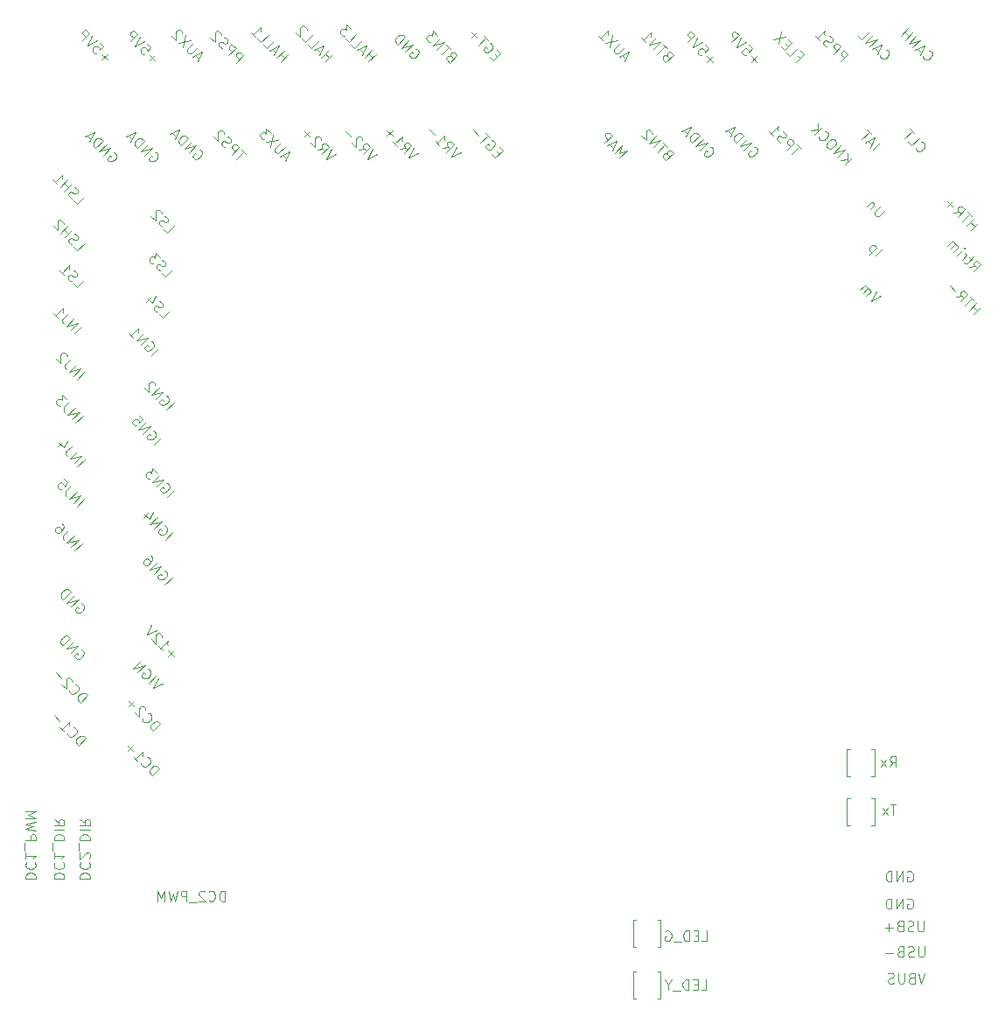
<source format=gbo>
G04 #@! TF.GenerationSoftware,KiCad,Pcbnew,7.0.9*
G04 #@! TF.CreationDate,2024-02-17T00:51:03+03:00*
G04 #@! TF.ProjectId,hellen1-uaefi,68656c6c-656e-4312-9d75-616566692e6b,rev?*
G04 #@! TF.SameCoordinates,PX55d4a80PY8f0d180*
G04 #@! TF.FileFunction,Legend,Bot*
G04 #@! TF.FilePolarity,Positive*
%FSLAX46Y46*%
G04 Gerber Fmt 4.6, Leading zero omitted, Abs format (unit mm)*
G04 Created by KiCad (PCBNEW 7.0.9) date 2024-02-17 00:51:03*
%MOMM*%
%LPD*%
G01*
G04 APERTURE LIST*
%ADD10C,0.100000*%
%ADD11C,0.120000*%
G04 APERTURE END LIST*
D10*
X27611037Y82473451D02*
X27274319Y82810169D01*
X27476350Y82204077D02*
X27947754Y83146886D01*
X27947754Y83146886D02*
X27004945Y82675482D01*
X27476349Y83618291D02*
X26903930Y83045871D01*
X26903930Y83045871D02*
X26802914Y83012199D01*
X26802914Y83012199D02*
X26735571Y83012199D01*
X26735571Y83012199D02*
X26634556Y83045871D01*
X26634556Y83045871D02*
X26499869Y83180558D01*
X26499869Y83180558D02*
X26466197Y83281573D01*
X26466197Y83281573D02*
X26466197Y83348917D01*
X26466197Y83348917D02*
X26499869Y83449932D01*
X26499869Y83449932D02*
X27072288Y84022352D01*
X26802914Y84291726D02*
X25624403Y84056024D01*
X26331510Y84763130D02*
X26095808Y83584619D01*
X26129479Y84965161D02*
X25691747Y85402894D01*
X25691747Y85402894D02*
X25658075Y84897817D01*
X25658075Y84897817D02*
X25557060Y84998833D01*
X25557060Y84998833D02*
X25456044Y85032504D01*
X25456044Y85032504D02*
X25388701Y85032504D01*
X25388701Y85032504D02*
X25287686Y84998833D01*
X25287686Y84998833D02*
X25119327Y84830474D01*
X25119327Y84830474D02*
X25085655Y84729459D01*
X25085655Y84729459D02*
X25085655Y84662115D01*
X25085655Y84662115D02*
X25119327Y84561100D01*
X25119327Y84561100D02*
X25321357Y84359069D01*
X25321357Y84359069D02*
X25422373Y84325398D01*
X25422373Y84325398D02*
X25489716Y84325398D01*
X85183456Y69161184D02*
X84240647Y68689779D01*
X84240647Y68689779D02*
X84712052Y69632589D01*
X83769243Y69161184D02*
X84240647Y69632589D01*
X84173304Y69565245D02*
X84173304Y69632589D01*
X84173304Y69632589D02*
X84139632Y69733604D01*
X84139632Y69733604D02*
X84038617Y69834619D01*
X84038617Y69834619D02*
X83937601Y69868291D01*
X83937601Y69868291D02*
X83836586Y69834619D01*
X83836586Y69834619D02*
X83466197Y69464230D01*
X83836586Y69834619D02*
X83870258Y69935634D01*
X83870258Y69935634D02*
X83836586Y70036650D01*
X83836586Y70036650D02*
X83735571Y70137665D01*
X83735571Y70137665D02*
X83634556Y70171337D01*
X83634556Y70171337D02*
X83533540Y70137665D01*
X83533540Y70137665D02*
X83163151Y69767276D01*
X77433456Y83411184D02*
X77029395Y83815245D01*
X76524319Y82906108D02*
X77231426Y83613214D01*
X76086586Y83343841D02*
X76793693Y84050947D01*
X76793693Y84050947D02*
X76524319Y84320321D01*
X76524319Y84320321D02*
X76423304Y84353993D01*
X76423304Y84353993D02*
X76355960Y84353993D01*
X76355960Y84353993D02*
X76254945Y84320321D01*
X76254945Y84320321D02*
X76153930Y84219306D01*
X76153930Y84219306D02*
X76120258Y84118291D01*
X76120258Y84118291D02*
X76120258Y84050947D01*
X76120258Y84050947D02*
X76153930Y83949932D01*
X76153930Y83949932D02*
X76423304Y83680558D01*
X75446823Y84050947D02*
X75312136Y84118291D01*
X75312136Y84118291D02*
X75143777Y84286650D01*
X75143777Y84286650D02*
X75110105Y84387665D01*
X75110105Y84387665D02*
X75110105Y84455008D01*
X75110105Y84455008D02*
X75143777Y84556024D01*
X75143777Y84556024D02*
X75211121Y84623367D01*
X75211121Y84623367D02*
X75312136Y84657039D01*
X75312136Y84657039D02*
X75379479Y84657039D01*
X75379479Y84657039D02*
X75480495Y84623367D01*
X75480495Y84623367D02*
X75648853Y84522352D01*
X75648853Y84522352D02*
X75749869Y84488680D01*
X75749869Y84488680D02*
X75817212Y84488680D01*
X75817212Y84488680D02*
X75918227Y84522352D01*
X75918227Y84522352D02*
X75985571Y84589695D01*
X75985571Y84589695D02*
X76019243Y84690711D01*
X76019243Y84690711D02*
X76019243Y84758054D01*
X76019243Y84758054D02*
X75985571Y84859069D01*
X75985571Y84859069D02*
X75817212Y85027428D01*
X75817212Y85027428D02*
X75682525Y85094772D01*
X74335655Y85094772D02*
X74739716Y84690711D01*
X74537685Y84892741D02*
X75244792Y85599848D01*
X75244792Y85599848D02*
X75211120Y85431489D01*
X75211120Y85431489D02*
X75211120Y85296802D01*
X75211120Y85296802D02*
X75244792Y85195787D01*
X40164484Y93109649D02*
X40265499Y93075977D01*
X40265499Y93075977D02*
X40366515Y92974962D01*
X40366515Y92974962D02*
X40433858Y92840275D01*
X40433858Y92840275D02*
X40433858Y92705588D01*
X40433858Y92705588D02*
X40400186Y92604572D01*
X40400186Y92604572D02*
X40299171Y92436214D01*
X40299171Y92436214D02*
X40198156Y92335198D01*
X40198156Y92335198D02*
X40029797Y92234183D01*
X40029797Y92234183D02*
X39928782Y92200511D01*
X39928782Y92200511D02*
X39794095Y92200511D01*
X39794095Y92200511D02*
X39659408Y92267855D01*
X39659408Y92267855D02*
X39592064Y92335198D01*
X39592064Y92335198D02*
X39524721Y92469885D01*
X39524721Y92469885D02*
X39524721Y92537229D01*
X39524721Y92537229D02*
X39760423Y92772931D01*
X39760423Y92772931D02*
X39895110Y92638244D01*
X39154331Y92772931D02*
X39861438Y93480038D01*
X39861438Y93480038D02*
X38750270Y93176992D01*
X38750270Y93176992D02*
X39457377Y93884099D01*
X38413553Y93513710D02*
X39120660Y94220817D01*
X39120660Y94220817D02*
X38952301Y94389175D01*
X38952301Y94389175D02*
X38817614Y94456519D01*
X38817614Y94456519D02*
X38682927Y94456519D01*
X38682927Y94456519D02*
X38581912Y94422847D01*
X38581912Y94422847D02*
X38413553Y94321832D01*
X38413553Y94321832D02*
X38312538Y94220817D01*
X38312538Y94220817D02*
X38211522Y94052458D01*
X38211522Y94052458D02*
X38177851Y93951443D01*
X38177851Y93951443D02*
X38177851Y93816756D01*
X38177851Y93816756D02*
X38245194Y93682068D01*
X38245194Y93682068D02*
X38413553Y93513710D01*
X89365872Y6245869D02*
X89365872Y5436346D01*
X89365872Y5436346D02*
X89318253Y5341108D01*
X89318253Y5341108D02*
X89270634Y5293488D01*
X89270634Y5293488D02*
X89175396Y5245869D01*
X89175396Y5245869D02*
X88984920Y5245869D01*
X88984920Y5245869D02*
X88889682Y5293488D01*
X88889682Y5293488D02*
X88842063Y5341108D01*
X88842063Y5341108D02*
X88794444Y5436346D01*
X88794444Y5436346D02*
X88794444Y6245869D01*
X88365872Y5293488D02*
X88223015Y5245869D01*
X88223015Y5245869D02*
X87984920Y5245869D01*
X87984920Y5245869D02*
X87889682Y5293488D01*
X87889682Y5293488D02*
X87842063Y5341108D01*
X87842063Y5341108D02*
X87794444Y5436346D01*
X87794444Y5436346D02*
X87794444Y5531584D01*
X87794444Y5531584D02*
X87842063Y5626822D01*
X87842063Y5626822D02*
X87889682Y5674441D01*
X87889682Y5674441D02*
X87984920Y5722060D01*
X87984920Y5722060D02*
X88175396Y5769679D01*
X88175396Y5769679D02*
X88270634Y5817298D01*
X88270634Y5817298D02*
X88318253Y5864917D01*
X88318253Y5864917D02*
X88365872Y5960155D01*
X88365872Y5960155D02*
X88365872Y6055393D01*
X88365872Y6055393D02*
X88318253Y6150631D01*
X88318253Y6150631D02*
X88270634Y6198250D01*
X88270634Y6198250D02*
X88175396Y6245869D01*
X88175396Y6245869D02*
X87937301Y6245869D01*
X87937301Y6245869D02*
X87794444Y6198250D01*
X87032539Y5769679D02*
X86889682Y5722060D01*
X86889682Y5722060D02*
X86842063Y5674441D01*
X86842063Y5674441D02*
X86794444Y5579203D01*
X86794444Y5579203D02*
X86794444Y5436346D01*
X86794444Y5436346D02*
X86842063Y5341108D01*
X86842063Y5341108D02*
X86889682Y5293488D01*
X86889682Y5293488D02*
X86984920Y5245869D01*
X86984920Y5245869D02*
X87365872Y5245869D01*
X87365872Y5245869D02*
X87365872Y6245869D01*
X87365872Y6245869D02*
X87032539Y6245869D01*
X87032539Y6245869D02*
X86937301Y6198250D01*
X86937301Y6198250D02*
X86889682Y6150631D01*
X86889682Y6150631D02*
X86842063Y6055393D01*
X86842063Y6055393D02*
X86842063Y5960155D01*
X86842063Y5960155D02*
X86889682Y5864917D01*
X86889682Y5864917D02*
X86937301Y5817298D01*
X86937301Y5817298D02*
X87032539Y5769679D01*
X87032539Y5769679D02*
X87365872Y5769679D01*
X86365872Y5626822D02*
X85603968Y5626822D01*
X15854897Y41263233D02*
X16562004Y41970340D01*
X15821226Y42643775D02*
X15922241Y42610103D01*
X15922241Y42610103D02*
X16023256Y42509088D01*
X16023256Y42509088D02*
X16090600Y42374401D01*
X16090600Y42374401D02*
X16090600Y42239714D01*
X16090600Y42239714D02*
X16056928Y42138699D01*
X16056928Y42138699D02*
X15955913Y41970340D01*
X15955913Y41970340D02*
X15854898Y41869325D01*
X15854898Y41869325D02*
X15686539Y41768309D01*
X15686539Y41768309D02*
X15585524Y41734638D01*
X15585524Y41734638D02*
X15450837Y41734638D01*
X15450837Y41734638D02*
X15316150Y41801981D01*
X15316150Y41801981D02*
X15248806Y41869325D01*
X15248806Y41869325D02*
X15181463Y42004012D01*
X15181463Y42004012D02*
X15181463Y42071355D01*
X15181463Y42071355D02*
X15417165Y42307057D01*
X15417165Y42307057D02*
X15551852Y42172370D01*
X14811073Y42307057D02*
X15518180Y43014164D01*
X15518180Y43014164D02*
X14407012Y42711118D01*
X14407012Y42711118D02*
X15114119Y43418225D01*
X14474356Y44057988D02*
X14609043Y43923301D01*
X14609043Y43923301D02*
X14642715Y43822286D01*
X14642715Y43822286D02*
X14642715Y43754943D01*
X14642715Y43754943D02*
X14609043Y43586584D01*
X14609043Y43586584D02*
X14508028Y43418225D01*
X14508028Y43418225D02*
X14238654Y43148851D01*
X14238654Y43148851D02*
X14137638Y43115179D01*
X14137638Y43115179D02*
X14070295Y43115179D01*
X14070295Y43115179D02*
X13969280Y43148851D01*
X13969280Y43148851D02*
X13834593Y43283538D01*
X13834593Y43283538D02*
X13800921Y43384553D01*
X13800921Y43384553D02*
X13800921Y43451897D01*
X13800921Y43451897D02*
X13834593Y43552912D01*
X13834593Y43552912D02*
X14002951Y43721271D01*
X14002951Y43721271D02*
X14103967Y43754943D01*
X14103967Y43754943D02*
X14171310Y43754943D01*
X14171310Y43754943D02*
X14272325Y43721271D01*
X14272325Y43721271D02*
X14407012Y43586584D01*
X14407012Y43586584D02*
X14440684Y43485569D01*
X14440684Y43485569D02*
X14440684Y43418225D01*
X14440684Y43418225D02*
X14407012Y43317210D01*
X16744708Y34324466D02*
X16205960Y34863214D01*
X16205960Y34324466D02*
X16744708Y34863214D01*
X15229480Y35300947D02*
X15633541Y34896886D01*
X15431510Y35098917D02*
X16138617Y35806023D01*
X16138617Y35806023D02*
X16104945Y35637665D01*
X16104945Y35637665D02*
X16104945Y35502978D01*
X16104945Y35502978D02*
X16138617Y35401962D01*
X15599869Y36210084D02*
X15599869Y36277428D01*
X15599869Y36277428D02*
X15566197Y36378443D01*
X15566197Y36378443D02*
X15397838Y36546802D01*
X15397838Y36546802D02*
X15296823Y36580474D01*
X15296823Y36580474D02*
X15229480Y36580474D01*
X15229480Y36580474D02*
X15128464Y36546802D01*
X15128464Y36546802D02*
X15061121Y36479458D01*
X15061121Y36479458D02*
X14993777Y36344771D01*
X14993777Y36344771D02*
X14993777Y35536649D01*
X14993777Y35536649D02*
X14556045Y35974382D01*
X15061121Y36883519D02*
X14118312Y36412115D01*
X14118312Y36412115D02*
X14589716Y37354924D01*
X7214968Y56919617D02*
X7922075Y57626724D01*
X6878251Y57256335D02*
X7585358Y57963441D01*
X7585358Y57963441D02*
X6474190Y57660396D01*
X6474190Y57660396D02*
X7181297Y58367502D01*
X6642549Y58906250D02*
X6137473Y58401174D01*
X6137473Y58401174D02*
X6070129Y58266487D01*
X6070129Y58266487D02*
X6070129Y58131800D01*
X6070129Y58131800D02*
X6137473Y57997113D01*
X6137473Y57997113D02*
X6204816Y57929770D01*
X6373175Y59175625D02*
X5935442Y59613357D01*
X5935442Y59613357D02*
X5901770Y59108281D01*
X5901770Y59108281D02*
X5800755Y59209296D01*
X5800755Y59209296D02*
X5699740Y59242968D01*
X5699740Y59242968D02*
X5632396Y59242968D01*
X5632396Y59242968D02*
X5531381Y59209296D01*
X5531381Y59209296D02*
X5363022Y59040938D01*
X5363022Y59040938D02*
X5329350Y58939922D01*
X5329350Y58939922D02*
X5329350Y58872579D01*
X5329350Y58872579D02*
X5363022Y58771564D01*
X5363022Y58771564D02*
X5565053Y58569533D01*
X5565053Y58569533D02*
X5666068Y58535861D01*
X5666068Y58535861D02*
X5733411Y58535861D01*
X7668130Y29848373D02*
X8375237Y30555480D01*
X8375237Y30555480D02*
X8206878Y30723839D01*
X8206878Y30723839D02*
X8072191Y30791183D01*
X8072191Y30791183D02*
X7937504Y30791183D01*
X7937504Y30791183D02*
X7836489Y30757511D01*
X7836489Y30757511D02*
X7668130Y30656495D01*
X7668130Y30656495D02*
X7567115Y30555480D01*
X7567115Y30555480D02*
X7466100Y30387121D01*
X7466100Y30387121D02*
X7432428Y30286106D01*
X7432428Y30286106D02*
X7432428Y30151419D01*
X7432428Y30151419D02*
X7499771Y30016732D01*
X7499771Y30016732D02*
X7668130Y29848373D01*
X6624306Y31026885D02*
X6624306Y30959541D01*
X6624306Y30959541D02*
X6691649Y30824854D01*
X6691649Y30824854D02*
X6758993Y30757511D01*
X6758993Y30757511D02*
X6893680Y30690167D01*
X6893680Y30690167D02*
X7028367Y30690167D01*
X7028367Y30690167D02*
X7129382Y30723839D01*
X7129382Y30723839D02*
X7297741Y30824854D01*
X7297741Y30824854D02*
X7398756Y30925870D01*
X7398756Y30925870D02*
X7499771Y31094228D01*
X7499771Y31094228D02*
X7533443Y31195244D01*
X7533443Y31195244D02*
X7533443Y31329931D01*
X7533443Y31329931D02*
X7466100Y31464618D01*
X7466100Y31464618D02*
X7398756Y31531961D01*
X7398756Y31531961D02*
X7264069Y31599305D01*
X7264069Y31599305D02*
X7196726Y31599305D01*
X6927352Y31868679D02*
X6927352Y31936022D01*
X6927352Y31936022D02*
X6893680Y32037037D01*
X6893680Y32037037D02*
X6725321Y32205396D01*
X6725321Y32205396D02*
X6624306Y32239068D01*
X6624306Y32239068D02*
X6556962Y32239068D01*
X6556962Y32239068D02*
X6455947Y32205396D01*
X6455947Y32205396D02*
X6388604Y32138053D01*
X6388604Y32138053D02*
X6321260Y32003366D01*
X6321260Y32003366D02*
X6321260Y31195244D01*
X6321260Y31195244D02*
X5883527Y31632976D01*
X5849856Y32205396D02*
X5311108Y32744144D01*
X14928380Y83098917D02*
X15029395Y83065245D01*
X15029395Y83065245D02*
X15130411Y82964230D01*
X15130411Y82964230D02*
X15197754Y82829543D01*
X15197754Y82829543D02*
X15197754Y82694856D01*
X15197754Y82694856D02*
X15164082Y82593840D01*
X15164082Y82593840D02*
X15063067Y82425482D01*
X15063067Y82425482D02*
X14962052Y82324466D01*
X14962052Y82324466D02*
X14793693Y82223451D01*
X14793693Y82223451D02*
X14692678Y82189779D01*
X14692678Y82189779D02*
X14557991Y82189779D01*
X14557991Y82189779D02*
X14423304Y82257123D01*
X14423304Y82257123D02*
X14355960Y82324466D01*
X14355960Y82324466D02*
X14288617Y82459153D01*
X14288617Y82459153D02*
X14288617Y82526497D01*
X14288617Y82526497D02*
X14524319Y82762199D01*
X14524319Y82762199D02*
X14659006Y82627512D01*
X13918227Y82762199D02*
X14625334Y83469306D01*
X14625334Y83469306D02*
X13514166Y83166260D01*
X13514166Y83166260D02*
X14221273Y83873367D01*
X13177449Y83502978D02*
X13884556Y84210085D01*
X13884556Y84210085D02*
X13716197Y84378443D01*
X13716197Y84378443D02*
X13581510Y84445787D01*
X13581510Y84445787D02*
X13446823Y84445787D01*
X13446823Y84445787D02*
X13345808Y84412115D01*
X13345808Y84412115D02*
X13177449Y84311100D01*
X13177449Y84311100D02*
X13076434Y84210085D01*
X13076434Y84210085D02*
X12975418Y84041726D01*
X12975418Y84041726D02*
X12941747Y83940711D01*
X12941747Y83940711D02*
X12941747Y83806024D01*
X12941747Y83806024D02*
X13009090Y83671336D01*
X13009090Y83671336D02*
X13177449Y83502978D01*
X12706044Y84378443D02*
X12369327Y84715161D01*
X12571357Y84109069D02*
X13042762Y85051878D01*
X13042762Y85051878D02*
X12099953Y84580474D01*
X7798380Y39448917D02*
X7899395Y39415245D01*
X7899395Y39415245D02*
X8000411Y39314230D01*
X8000411Y39314230D02*
X8067754Y39179543D01*
X8067754Y39179543D02*
X8067754Y39044856D01*
X8067754Y39044856D02*
X8034082Y38943840D01*
X8034082Y38943840D02*
X7933067Y38775482D01*
X7933067Y38775482D02*
X7832052Y38674466D01*
X7832052Y38674466D02*
X7663693Y38573451D01*
X7663693Y38573451D02*
X7562678Y38539779D01*
X7562678Y38539779D02*
X7427991Y38539779D01*
X7427991Y38539779D02*
X7293304Y38607123D01*
X7293304Y38607123D02*
X7225960Y38674466D01*
X7225960Y38674466D02*
X7158617Y38809153D01*
X7158617Y38809153D02*
X7158617Y38876497D01*
X7158617Y38876497D02*
X7394319Y39112199D01*
X7394319Y39112199D02*
X7529006Y38977512D01*
X6788227Y39112199D02*
X7495334Y39819306D01*
X7495334Y39819306D02*
X6384166Y39516260D01*
X6384166Y39516260D02*
X7091273Y40223367D01*
X6047449Y39852978D02*
X6754556Y40560085D01*
X6754556Y40560085D02*
X6586197Y40728443D01*
X6586197Y40728443D02*
X6451510Y40795787D01*
X6451510Y40795787D02*
X6316823Y40795787D01*
X6316823Y40795787D02*
X6215808Y40762115D01*
X6215808Y40762115D02*
X6047449Y40661100D01*
X6047449Y40661100D02*
X5946434Y40560085D01*
X5946434Y40560085D02*
X5845418Y40391726D01*
X5845418Y40391726D02*
X5811747Y40290711D01*
X5811747Y40290711D02*
X5811747Y40156024D01*
X5811747Y40156024D02*
X5879090Y40021336D01*
X5879090Y40021336D02*
X6047449Y39852978D01*
X59875334Y82555092D02*
X60582441Y83262199D01*
X60582441Y83262199D02*
X59841662Y82992825D01*
X59841662Y82992825D02*
X60111037Y83733604D01*
X60111037Y83733604D02*
X59403930Y83026497D01*
X59302915Y83531573D02*
X58966197Y83868291D01*
X59168228Y83262199D02*
X59639632Y84205008D01*
X59639632Y84205008D02*
X58696823Y83733604D01*
X58461121Y83969306D02*
X59168227Y84676413D01*
X59168227Y84676413D02*
X58898853Y84945787D01*
X58898853Y84945787D02*
X58797838Y84979459D01*
X58797838Y84979459D02*
X58730495Y84979459D01*
X58730495Y84979459D02*
X58629479Y84945787D01*
X58629479Y84945787D02*
X58528464Y84844772D01*
X58528464Y84844772D02*
X58494792Y84743756D01*
X58494792Y84743756D02*
X58494792Y84676413D01*
X58494792Y84676413D02*
X58528464Y84575398D01*
X58528464Y84575398D02*
X58797838Y84306024D01*
X89333799Y8715507D02*
X89333799Y7905984D01*
X89333799Y7905984D02*
X89286180Y7810746D01*
X89286180Y7810746D02*
X89238561Y7763126D01*
X89238561Y7763126D02*
X89143323Y7715507D01*
X89143323Y7715507D02*
X88952847Y7715507D01*
X88952847Y7715507D02*
X88857609Y7763126D01*
X88857609Y7763126D02*
X88809990Y7810746D01*
X88809990Y7810746D02*
X88762371Y7905984D01*
X88762371Y7905984D02*
X88762371Y8715507D01*
X88333799Y7763126D02*
X88190942Y7715507D01*
X88190942Y7715507D02*
X87952847Y7715507D01*
X87952847Y7715507D02*
X87857609Y7763126D01*
X87857609Y7763126D02*
X87809990Y7810746D01*
X87809990Y7810746D02*
X87762371Y7905984D01*
X87762371Y7905984D02*
X87762371Y8001222D01*
X87762371Y8001222D02*
X87809990Y8096460D01*
X87809990Y8096460D02*
X87857609Y8144079D01*
X87857609Y8144079D02*
X87952847Y8191698D01*
X87952847Y8191698D02*
X88143323Y8239317D01*
X88143323Y8239317D02*
X88238561Y8286936D01*
X88238561Y8286936D02*
X88286180Y8334555D01*
X88286180Y8334555D02*
X88333799Y8429793D01*
X88333799Y8429793D02*
X88333799Y8525031D01*
X88333799Y8525031D02*
X88286180Y8620269D01*
X88286180Y8620269D02*
X88238561Y8667888D01*
X88238561Y8667888D02*
X88143323Y8715507D01*
X88143323Y8715507D02*
X87905228Y8715507D01*
X87905228Y8715507D02*
X87762371Y8667888D01*
X87000466Y8239317D02*
X86857609Y8191698D01*
X86857609Y8191698D02*
X86809990Y8144079D01*
X86809990Y8144079D02*
X86762371Y8048841D01*
X86762371Y8048841D02*
X86762371Y7905984D01*
X86762371Y7905984D02*
X86809990Y7810746D01*
X86809990Y7810746D02*
X86857609Y7763126D01*
X86857609Y7763126D02*
X86952847Y7715507D01*
X86952847Y7715507D02*
X87333799Y7715507D01*
X87333799Y7715507D02*
X87333799Y8715507D01*
X87333799Y8715507D02*
X87000466Y8715507D01*
X87000466Y8715507D02*
X86905228Y8667888D01*
X86905228Y8667888D02*
X86857609Y8620269D01*
X86857609Y8620269D02*
X86809990Y8525031D01*
X86809990Y8525031D02*
X86809990Y8429793D01*
X86809990Y8429793D02*
X86857609Y8334555D01*
X86857609Y8334555D02*
X86905228Y8286936D01*
X86905228Y8286936D02*
X87000466Y8239317D01*
X87000466Y8239317D02*
X87333799Y8239317D01*
X86333799Y8096460D02*
X85571895Y8096460D01*
X85952847Y7715507D02*
X85952847Y8477412D01*
X15683456Y31711184D02*
X14740647Y31239779D01*
X14740647Y31239779D02*
X15212052Y32182589D01*
X14269243Y31711184D02*
X14976349Y32418291D01*
X14235571Y33091726D02*
X14336586Y33058054D01*
X14336586Y33058054D02*
X14437602Y32957039D01*
X14437602Y32957039D02*
X14504945Y32822352D01*
X14504945Y32822352D02*
X14504945Y32687665D01*
X14504945Y32687665D02*
X14471273Y32586649D01*
X14471273Y32586649D02*
X14370258Y32418291D01*
X14370258Y32418291D02*
X14269243Y32317275D01*
X14269243Y32317275D02*
X14100884Y32216260D01*
X14100884Y32216260D02*
X13999869Y32182588D01*
X13999869Y32182588D02*
X13865182Y32182588D01*
X13865182Y32182588D02*
X13730495Y32249932D01*
X13730495Y32249932D02*
X13663151Y32317275D01*
X13663151Y32317275D02*
X13595808Y32451962D01*
X13595808Y32451962D02*
X13595808Y32519306D01*
X13595808Y32519306D02*
X13831510Y32755008D01*
X13831510Y32755008D02*
X13966197Y32620321D01*
X13225419Y32755008D02*
X13932525Y33462115D01*
X13932525Y33462115D02*
X12821358Y33159069D01*
X12821358Y33159069D02*
X13528464Y33866176D01*
X68678380Y83598917D02*
X68779395Y83565245D01*
X68779395Y83565245D02*
X68880411Y83464230D01*
X68880411Y83464230D02*
X68947754Y83329543D01*
X68947754Y83329543D02*
X68947754Y83194856D01*
X68947754Y83194856D02*
X68914082Y83093840D01*
X68914082Y83093840D02*
X68813067Y82925482D01*
X68813067Y82925482D02*
X68712052Y82824466D01*
X68712052Y82824466D02*
X68543693Y82723451D01*
X68543693Y82723451D02*
X68442678Y82689779D01*
X68442678Y82689779D02*
X68307991Y82689779D01*
X68307991Y82689779D02*
X68173304Y82757123D01*
X68173304Y82757123D02*
X68105960Y82824466D01*
X68105960Y82824466D02*
X68038617Y82959153D01*
X68038617Y82959153D02*
X68038617Y83026497D01*
X68038617Y83026497D02*
X68274319Y83262199D01*
X68274319Y83262199D02*
X68409006Y83127512D01*
X67668227Y83262199D02*
X68375334Y83969306D01*
X68375334Y83969306D02*
X67264166Y83666260D01*
X67264166Y83666260D02*
X67971273Y84373367D01*
X66927449Y84002978D02*
X67634556Y84710085D01*
X67634556Y84710085D02*
X67466197Y84878443D01*
X67466197Y84878443D02*
X67331510Y84945787D01*
X67331510Y84945787D02*
X67196823Y84945787D01*
X67196823Y84945787D02*
X67095808Y84912115D01*
X67095808Y84912115D02*
X66927449Y84811100D01*
X66927449Y84811100D02*
X66826434Y84710085D01*
X66826434Y84710085D02*
X66725418Y84541726D01*
X66725418Y84541726D02*
X66691747Y84440711D01*
X66691747Y84440711D02*
X66691747Y84306024D01*
X66691747Y84306024D02*
X66759090Y84171336D01*
X66759090Y84171336D02*
X66927449Y84002978D01*
X66456044Y84878443D02*
X66119327Y85215161D01*
X66321357Y84609069D02*
X66792762Y85551878D01*
X66792762Y85551878D02*
X65849953Y85080474D01*
X67799925Y2070620D02*
X68276115Y2070620D01*
X68276115Y2070620D02*
X68276115Y3070620D01*
X67466591Y2594430D02*
X67133258Y2594430D01*
X66990401Y2070620D02*
X67466591Y2070620D01*
X67466591Y2070620D02*
X67466591Y3070620D01*
X67466591Y3070620D02*
X66990401Y3070620D01*
X66561829Y2070620D02*
X66561829Y3070620D01*
X66561829Y3070620D02*
X66323734Y3070620D01*
X66323734Y3070620D02*
X66180877Y3023001D01*
X66180877Y3023001D02*
X66085639Y2927763D01*
X66085639Y2927763D02*
X66038020Y2832525D01*
X66038020Y2832525D02*
X65990401Y2642049D01*
X65990401Y2642049D02*
X65990401Y2499192D01*
X65990401Y2499192D02*
X66038020Y2308716D01*
X66038020Y2308716D02*
X66085639Y2213478D01*
X66085639Y2213478D02*
X66180877Y2118239D01*
X66180877Y2118239D02*
X66323734Y2070620D01*
X66323734Y2070620D02*
X66561829Y2070620D01*
X65799925Y1975382D02*
X65038020Y1975382D01*
X64609448Y2546811D02*
X64609448Y2070620D01*
X64942781Y3070620D02*
X64609448Y2546811D01*
X64609448Y2546811D02*
X64276115Y3070620D01*
X15788617Y75641810D02*
X16125334Y75305092D01*
X16125334Y75305092D02*
X16832441Y76012199D01*
X15620258Y75877512D02*
X15485571Y75944856D01*
X15485571Y75944856D02*
X15317212Y76113215D01*
X15317212Y76113215D02*
X15283540Y76214230D01*
X15283540Y76214230D02*
X15283540Y76281573D01*
X15283540Y76281573D02*
X15317212Y76382589D01*
X15317212Y76382589D02*
X15384556Y76449932D01*
X15384556Y76449932D02*
X15485571Y76483604D01*
X15485571Y76483604D02*
X15552914Y76483604D01*
X15552914Y76483604D02*
X15653930Y76449932D01*
X15653930Y76449932D02*
X15822288Y76348917D01*
X15822288Y76348917D02*
X15923304Y76315245D01*
X15923304Y76315245D02*
X15990647Y76315245D01*
X15990647Y76315245D02*
X16091662Y76348917D01*
X16091662Y76348917D02*
X16159006Y76416260D01*
X16159006Y76416260D02*
X16192678Y76517276D01*
X16192678Y76517276D02*
X16192678Y76584619D01*
X16192678Y76584619D02*
X16159006Y76685634D01*
X16159006Y76685634D02*
X15990647Y76853993D01*
X15990647Y76853993D02*
X15855960Y76921337D01*
X15552914Y77157039D02*
X15552914Y77224382D01*
X15552914Y77224382D02*
X15519243Y77325398D01*
X15519243Y77325398D02*
X15350884Y77493756D01*
X15350884Y77493756D02*
X15249869Y77527428D01*
X15249869Y77527428D02*
X15182525Y77527428D01*
X15182525Y77527428D02*
X15081510Y77493756D01*
X15081510Y77493756D02*
X15014166Y77426413D01*
X15014166Y77426413D02*
X14946823Y77291726D01*
X14946823Y77291726D02*
X14946823Y76483604D01*
X14946823Y76483604D02*
X14509090Y76921337D01*
X77136580Y92422457D02*
X77372283Y92186755D01*
X77001893Y91816365D02*
X77709000Y92523472D01*
X77709000Y92523472D02*
X77372283Y92860190D01*
X76059084Y92759175D02*
X76395802Y92422457D01*
X76395802Y92422457D02*
X77102908Y93129564D01*
X76193771Y93365266D02*
X75958069Y93600969D01*
X75486664Y93331595D02*
X75823382Y92994877D01*
X75823382Y92994877D02*
X76530488Y93701984D01*
X76530488Y93701984D02*
X76193771Y94038701D01*
X75958069Y94274404D02*
X74779557Y94038701D01*
X75486664Y94745808D02*
X75250962Y93567297D01*
X81292578Y91873384D02*
X81999685Y92580491D01*
X81999685Y92580491D02*
X81730311Y92849865D01*
X81730311Y92849865D02*
X81629296Y92883537D01*
X81629296Y92883537D02*
X81561952Y92883537D01*
X81561952Y92883537D02*
X81460937Y92849865D01*
X81460937Y92849865D02*
X81359922Y92748850D01*
X81359922Y92748850D02*
X81326250Y92647835D01*
X81326250Y92647835D02*
X81326250Y92580491D01*
X81326250Y92580491D02*
X81359922Y92479476D01*
X81359922Y92479476D02*
X81629296Y92210102D01*
X80585471Y92580491D02*
X81292578Y93287598D01*
X81292578Y93287598D02*
X81023204Y93556972D01*
X81023204Y93556972D02*
X80922189Y93590644D01*
X80922189Y93590644D02*
X80854845Y93590644D01*
X80854845Y93590644D02*
X80753830Y93556972D01*
X80753830Y93556972D02*
X80652815Y93455957D01*
X80652815Y93455957D02*
X80619143Y93354942D01*
X80619143Y93354942D02*
X80619143Y93287598D01*
X80619143Y93287598D02*
X80652815Y93186583D01*
X80652815Y93186583D02*
X80922189Y92917209D01*
X79945708Y93287598D02*
X79811021Y93354942D01*
X79811021Y93354942D02*
X79642662Y93523300D01*
X79642662Y93523300D02*
X79608991Y93624316D01*
X79608991Y93624316D02*
X79608991Y93691659D01*
X79608991Y93691659D02*
X79642662Y93792674D01*
X79642662Y93792674D02*
X79710006Y93860018D01*
X79710006Y93860018D02*
X79811021Y93893690D01*
X79811021Y93893690D02*
X79878365Y93893690D01*
X79878365Y93893690D02*
X79979380Y93860018D01*
X79979380Y93860018D02*
X80147739Y93759003D01*
X80147739Y93759003D02*
X80248754Y93725331D01*
X80248754Y93725331D02*
X80316097Y93725331D01*
X80316097Y93725331D02*
X80417113Y93759003D01*
X80417113Y93759003D02*
X80484456Y93826346D01*
X80484456Y93826346D02*
X80518128Y93927361D01*
X80518128Y93927361D02*
X80518128Y93994705D01*
X80518128Y93994705D02*
X80484456Y94095720D01*
X80484456Y94095720D02*
X80316097Y94264079D01*
X80316097Y94264079D02*
X80181410Y94331422D01*
X78834540Y94331422D02*
X79238601Y93927361D01*
X79036571Y94129392D02*
X79743678Y94836499D01*
X79743678Y94836499D02*
X79710006Y94668140D01*
X79710006Y94668140D02*
X79710006Y94533453D01*
X79710006Y94533453D02*
X79743678Y94432438D01*
X14775334Y54805092D02*
X15482441Y55512199D01*
X14741663Y56185634D02*
X14842678Y56151962D01*
X14842678Y56151962D02*
X14943693Y56050947D01*
X14943693Y56050947D02*
X15011037Y55916260D01*
X15011037Y55916260D02*
X15011037Y55781573D01*
X15011037Y55781573D02*
X14977365Y55680558D01*
X14977365Y55680558D02*
X14876350Y55512199D01*
X14876350Y55512199D02*
X14775335Y55411184D01*
X14775335Y55411184D02*
X14606976Y55310168D01*
X14606976Y55310168D02*
X14505961Y55276497D01*
X14505961Y55276497D02*
X14371274Y55276497D01*
X14371274Y55276497D02*
X14236587Y55343840D01*
X14236587Y55343840D02*
X14169243Y55411184D01*
X14169243Y55411184D02*
X14101900Y55545871D01*
X14101900Y55545871D02*
X14101900Y55613214D01*
X14101900Y55613214D02*
X14337602Y55848916D01*
X14337602Y55848916D02*
X14472289Y55714229D01*
X13731510Y55848916D02*
X14438617Y56556023D01*
X14438617Y56556023D02*
X13327449Y56252977D01*
X13327449Y56252977D02*
X14034556Y56960084D01*
X13361121Y57633519D02*
X13697839Y57296802D01*
X13697839Y57296802D02*
X13394793Y56926412D01*
X13394793Y56926412D02*
X13394793Y56993756D01*
X13394793Y56993756D02*
X13361121Y57094771D01*
X13361121Y57094771D02*
X13192762Y57263130D01*
X13192762Y57263130D02*
X13091747Y57296802D01*
X13091747Y57296802D02*
X13024404Y57296802D01*
X13024404Y57296802D02*
X12923388Y57263130D01*
X12923388Y57263130D02*
X12755030Y57094771D01*
X12755030Y57094771D02*
X12721358Y56993756D01*
X12721358Y56993756D02*
X12721358Y56926412D01*
X12721358Y56926412D02*
X12755030Y56825397D01*
X12755030Y56825397D02*
X12923388Y56657038D01*
X12923388Y56657038D02*
X13024404Y56623367D01*
X13024404Y56623367D02*
X13091747Y56623367D01*
X7058260Y73918992D02*
X7394977Y73582274D01*
X7394977Y73582274D02*
X8102084Y74289381D01*
X6889901Y74154694D02*
X6755214Y74222038D01*
X6755214Y74222038D02*
X6586855Y74390397D01*
X6586855Y74390397D02*
X6553183Y74491412D01*
X6553183Y74491412D02*
X6553183Y74558755D01*
X6553183Y74558755D02*
X6586855Y74659771D01*
X6586855Y74659771D02*
X6654199Y74727114D01*
X6654199Y74727114D02*
X6755214Y74760786D01*
X6755214Y74760786D02*
X6822557Y74760786D01*
X6822557Y74760786D02*
X6923573Y74727114D01*
X6923573Y74727114D02*
X7091931Y74626099D01*
X7091931Y74626099D02*
X7192947Y74592427D01*
X7192947Y74592427D02*
X7260290Y74592427D01*
X7260290Y74592427D02*
X7361305Y74626099D01*
X7361305Y74626099D02*
X7428649Y74693442D01*
X7428649Y74693442D02*
X7462321Y74794458D01*
X7462321Y74794458D02*
X7462321Y74861801D01*
X7462321Y74861801D02*
X7428649Y74962816D01*
X7428649Y74962816D02*
X7260290Y75131175D01*
X7260290Y75131175D02*
X7125603Y75198519D01*
X6149122Y74828129D02*
X6856229Y75535236D01*
X6519512Y75198519D02*
X6115451Y75602580D01*
X5745061Y75232190D02*
X6452168Y75939297D01*
X6081779Y76174999D02*
X6081779Y76242343D01*
X6081779Y76242343D02*
X6048107Y76343358D01*
X6048107Y76343358D02*
X5879748Y76511717D01*
X5879748Y76511717D02*
X5778733Y76545389D01*
X5778733Y76545389D02*
X5711390Y76545389D01*
X5711390Y76545389D02*
X5610374Y76511717D01*
X5610374Y76511717D02*
X5543031Y76444373D01*
X5543031Y76444373D02*
X5475687Y76309686D01*
X5475687Y76309686D02*
X5475687Y75501564D01*
X5475687Y75501564D02*
X5037955Y75939297D01*
X15538617Y71391810D02*
X15875334Y71055092D01*
X15875334Y71055092D02*
X16582441Y71762199D01*
X15370258Y71627512D02*
X15235571Y71694856D01*
X15235571Y71694856D02*
X15067212Y71863215D01*
X15067212Y71863215D02*
X15033540Y71964230D01*
X15033540Y71964230D02*
X15033540Y72031573D01*
X15033540Y72031573D02*
X15067212Y72132589D01*
X15067212Y72132589D02*
X15134556Y72199932D01*
X15134556Y72199932D02*
X15235571Y72233604D01*
X15235571Y72233604D02*
X15302914Y72233604D01*
X15302914Y72233604D02*
X15403930Y72199932D01*
X15403930Y72199932D02*
X15572288Y72098917D01*
X15572288Y72098917D02*
X15673304Y72065245D01*
X15673304Y72065245D02*
X15740647Y72065245D01*
X15740647Y72065245D02*
X15841662Y72098917D01*
X15841662Y72098917D02*
X15909006Y72166260D01*
X15909006Y72166260D02*
X15942678Y72267276D01*
X15942678Y72267276D02*
X15942678Y72334619D01*
X15942678Y72334619D02*
X15909006Y72435634D01*
X15909006Y72435634D02*
X15740647Y72603993D01*
X15740647Y72603993D02*
X15605960Y72671337D01*
X15403930Y72940711D02*
X14966197Y73378443D01*
X14966197Y73378443D02*
X14932525Y72873367D01*
X14932525Y72873367D02*
X14831510Y72974382D01*
X14831510Y72974382D02*
X14730495Y73008054D01*
X14730495Y73008054D02*
X14663151Y73008054D01*
X14663151Y73008054D02*
X14562136Y72974382D01*
X14562136Y72974382D02*
X14393777Y72806024D01*
X14393777Y72806024D02*
X14360105Y72705008D01*
X14360105Y72705008D02*
X14360105Y72637665D01*
X14360105Y72637665D02*
X14393777Y72536650D01*
X14393777Y72536650D02*
X14595808Y72334619D01*
X14595808Y72334619D02*
X14696823Y72300947D01*
X14696823Y72300947D02*
X14764166Y72300947D01*
X64510021Y82911184D02*
X64375334Y82978527D01*
X64375334Y82978527D02*
X64307991Y82978527D01*
X64307991Y82978527D02*
X64206975Y82944856D01*
X64206975Y82944856D02*
X64105960Y82843840D01*
X64105960Y82843840D02*
X64072288Y82742825D01*
X64072288Y82742825D02*
X64072288Y82675482D01*
X64072288Y82675482D02*
X64105960Y82574466D01*
X64105960Y82574466D02*
X64375334Y82305092D01*
X64375334Y82305092D02*
X65082441Y83012199D01*
X65082441Y83012199D02*
X64846739Y83247902D01*
X64846739Y83247902D02*
X64745724Y83281573D01*
X64745724Y83281573D02*
X64678380Y83281573D01*
X64678380Y83281573D02*
X64577365Y83247902D01*
X64577365Y83247902D02*
X64510021Y83180558D01*
X64510021Y83180558D02*
X64476350Y83079543D01*
X64476350Y83079543D02*
X64476350Y83012199D01*
X64476350Y83012199D02*
X64510021Y82911184D01*
X64510021Y82911184D02*
X64745724Y82675482D01*
X64476350Y83618291D02*
X64072288Y84022352D01*
X63567212Y83113214D02*
X64274319Y83820321D01*
X63129479Y83550947D02*
X63836586Y84258054D01*
X63836586Y84258054D02*
X62725418Y83955008D01*
X62725418Y83955008D02*
X63432525Y84662115D01*
X63062136Y84897817D02*
X63062136Y84965161D01*
X63062136Y84965161D02*
X63028464Y85066176D01*
X63028464Y85066176D02*
X62860105Y85234535D01*
X62860105Y85234535D02*
X62759090Y85268207D01*
X62759090Y85268207D02*
X62691747Y85268207D01*
X62691747Y85268207D02*
X62590731Y85234535D01*
X62590731Y85234535D02*
X62523388Y85167191D01*
X62523388Y85167191D02*
X62456044Y85032504D01*
X62456044Y85032504D02*
X62456044Y84224382D01*
X62456044Y84224382D02*
X62018312Y84662115D01*
X27091077Y91815453D02*
X27798184Y92522560D01*
X27461467Y92185843D02*
X27057405Y92589904D01*
X26687016Y92219514D02*
X27394123Y92926621D01*
X26586001Y92724591D02*
X26249283Y93061308D01*
X26451314Y92455217D02*
X26922719Y93398026D01*
X26922719Y93398026D02*
X25979909Y92926621D01*
X25407490Y93499041D02*
X25744207Y93162324D01*
X25744207Y93162324D02*
X26451314Y93869430D01*
X24835070Y94071461D02*
X25171787Y93734743D01*
X25171787Y93734743D02*
X25878894Y94441850D01*
X24228978Y94677553D02*
X24633039Y94273492D01*
X24431009Y94475522D02*
X25138115Y95182629D01*
X25138115Y95182629D02*
X25104444Y95014270D01*
X25104444Y95014270D02*
X25104444Y94879583D01*
X25104444Y94879583D02*
X25138115Y94778568D01*
X89444582Y3680011D02*
X89111249Y2680011D01*
X89111249Y2680011D02*
X88777916Y3680011D01*
X88111249Y3203821D02*
X87968392Y3156202D01*
X87968392Y3156202D02*
X87920773Y3108583D01*
X87920773Y3108583D02*
X87873154Y3013345D01*
X87873154Y3013345D02*
X87873154Y2870488D01*
X87873154Y2870488D02*
X87920773Y2775250D01*
X87920773Y2775250D02*
X87968392Y2727630D01*
X87968392Y2727630D02*
X88063630Y2680011D01*
X88063630Y2680011D02*
X88444582Y2680011D01*
X88444582Y2680011D02*
X88444582Y3680011D01*
X88444582Y3680011D02*
X88111249Y3680011D01*
X88111249Y3680011D02*
X88016011Y3632392D01*
X88016011Y3632392D02*
X87968392Y3584773D01*
X87968392Y3584773D02*
X87920773Y3489535D01*
X87920773Y3489535D02*
X87920773Y3394297D01*
X87920773Y3394297D02*
X87968392Y3299059D01*
X87968392Y3299059D02*
X88016011Y3251440D01*
X88016011Y3251440D02*
X88111249Y3203821D01*
X88111249Y3203821D02*
X88444582Y3203821D01*
X87444582Y3680011D02*
X87444582Y2870488D01*
X87444582Y2870488D02*
X87396963Y2775250D01*
X87396963Y2775250D02*
X87349344Y2727630D01*
X87349344Y2727630D02*
X87254106Y2680011D01*
X87254106Y2680011D02*
X87063630Y2680011D01*
X87063630Y2680011D02*
X86968392Y2727630D01*
X86968392Y2727630D02*
X86920773Y2775250D01*
X86920773Y2775250D02*
X86873154Y2870488D01*
X86873154Y2870488D02*
X86873154Y3680011D01*
X86444582Y2727630D02*
X86301725Y2680011D01*
X86301725Y2680011D02*
X86063630Y2680011D01*
X86063630Y2680011D02*
X85968392Y2727630D01*
X85968392Y2727630D02*
X85920773Y2775250D01*
X85920773Y2775250D02*
X85873154Y2870488D01*
X85873154Y2870488D02*
X85873154Y2965726D01*
X85873154Y2965726D02*
X85920773Y3060964D01*
X85920773Y3060964D02*
X85968392Y3108583D01*
X85968392Y3108583D02*
X86063630Y3156202D01*
X86063630Y3156202D02*
X86254106Y3203821D01*
X86254106Y3203821D02*
X86349344Y3251440D01*
X86349344Y3251440D02*
X86396963Y3299059D01*
X86396963Y3299059D02*
X86444582Y3394297D01*
X86444582Y3394297D02*
X86444582Y3489535D01*
X86444582Y3489535D02*
X86396963Y3584773D01*
X86396963Y3584773D02*
X86349344Y3632392D01*
X86349344Y3632392D02*
X86254106Y3680011D01*
X86254106Y3680011D02*
X86016011Y3680011D01*
X86016011Y3680011D02*
X85873154Y3632392D01*
X72928380Y83598917D02*
X73029395Y83565245D01*
X73029395Y83565245D02*
X73130411Y83464230D01*
X73130411Y83464230D02*
X73197754Y83329543D01*
X73197754Y83329543D02*
X73197754Y83194856D01*
X73197754Y83194856D02*
X73164082Y83093840D01*
X73164082Y83093840D02*
X73063067Y82925482D01*
X73063067Y82925482D02*
X72962052Y82824466D01*
X72962052Y82824466D02*
X72793693Y82723451D01*
X72793693Y82723451D02*
X72692678Y82689779D01*
X72692678Y82689779D02*
X72557991Y82689779D01*
X72557991Y82689779D02*
X72423304Y82757123D01*
X72423304Y82757123D02*
X72355960Y82824466D01*
X72355960Y82824466D02*
X72288617Y82959153D01*
X72288617Y82959153D02*
X72288617Y83026497D01*
X72288617Y83026497D02*
X72524319Y83262199D01*
X72524319Y83262199D02*
X72659006Y83127512D01*
X71918227Y83262199D02*
X72625334Y83969306D01*
X72625334Y83969306D02*
X71514166Y83666260D01*
X71514166Y83666260D02*
X72221273Y84373367D01*
X71177449Y84002978D02*
X71884556Y84710085D01*
X71884556Y84710085D02*
X71716197Y84878443D01*
X71716197Y84878443D02*
X71581510Y84945787D01*
X71581510Y84945787D02*
X71446823Y84945787D01*
X71446823Y84945787D02*
X71345808Y84912115D01*
X71345808Y84912115D02*
X71177449Y84811100D01*
X71177449Y84811100D02*
X71076434Y84710085D01*
X71076434Y84710085D02*
X70975418Y84541726D01*
X70975418Y84541726D02*
X70941747Y84440711D01*
X70941747Y84440711D02*
X70941747Y84306024D01*
X70941747Y84306024D02*
X71009090Y84171336D01*
X71009090Y84171336D02*
X71177449Y84002978D01*
X70706044Y84878443D02*
X70369327Y85215161D01*
X70571357Y84609069D02*
X71042762Y85551878D01*
X71042762Y85551878D02*
X70099953Y85080474D01*
X81675334Y81905092D02*
X82382441Y82612199D01*
X81271273Y82309153D02*
X81978380Y82410169D01*
X81978380Y83016260D02*
X81978380Y82208138D01*
X80968227Y82612199D02*
X81675334Y83319306D01*
X81675334Y83319306D02*
X80564166Y83016260D01*
X80564166Y83016260D02*
X81271273Y83723367D01*
X80799869Y84194772D02*
X80665182Y84329459D01*
X80665182Y84329459D02*
X80564166Y84363130D01*
X80564166Y84363130D02*
X80429479Y84363130D01*
X80429479Y84363130D02*
X80261121Y84262115D01*
X80261121Y84262115D02*
X80025418Y84026413D01*
X80025418Y84026413D02*
X79924403Y83858054D01*
X79924403Y83858054D02*
X79924403Y83723367D01*
X79924403Y83723367D02*
X79958075Y83622352D01*
X79958075Y83622352D02*
X80092762Y83487665D01*
X80092762Y83487665D02*
X80193777Y83453993D01*
X80193777Y83453993D02*
X80328464Y83453993D01*
X80328464Y83453993D02*
X80496823Y83555008D01*
X80496823Y83555008D02*
X80732525Y83790711D01*
X80732525Y83790711D02*
X80833540Y83959069D01*
X80833540Y83959069D02*
X80833540Y84093756D01*
X80833540Y84093756D02*
X80799869Y84194772D01*
X79149953Y84565161D02*
X79149953Y84497817D01*
X79149953Y84497817D02*
X79217296Y84363130D01*
X79217296Y84363130D02*
X79284640Y84295787D01*
X79284640Y84295787D02*
X79419327Y84228443D01*
X79419327Y84228443D02*
X79554014Y84228443D01*
X79554014Y84228443D02*
X79655029Y84262115D01*
X79655029Y84262115D02*
X79823388Y84363130D01*
X79823388Y84363130D02*
X79924403Y84464146D01*
X79924403Y84464146D02*
X80025418Y84632504D01*
X80025418Y84632504D02*
X80059090Y84733520D01*
X80059090Y84733520D02*
X80059090Y84868207D01*
X80059090Y84868207D02*
X79991747Y85002894D01*
X79991747Y85002894D02*
X79924403Y85070237D01*
X79924403Y85070237D02*
X79789716Y85137581D01*
X79789716Y85137581D02*
X79722373Y85137581D01*
X78779564Y84800863D02*
X79486670Y85507970D01*
X78375503Y85204924D02*
X79082609Y85305939D01*
X79082609Y85912031D02*
X79082609Y85103909D01*
X87751573Y13478872D02*
X87846811Y13526491D01*
X87846811Y13526491D02*
X87989668Y13526491D01*
X87989668Y13526491D02*
X88132525Y13478872D01*
X88132525Y13478872D02*
X88227763Y13383634D01*
X88227763Y13383634D02*
X88275382Y13288396D01*
X88275382Y13288396D02*
X88323001Y13097920D01*
X88323001Y13097920D02*
X88323001Y12955063D01*
X88323001Y12955063D02*
X88275382Y12764587D01*
X88275382Y12764587D02*
X88227763Y12669349D01*
X88227763Y12669349D02*
X88132525Y12574110D01*
X88132525Y12574110D02*
X87989668Y12526491D01*
X87989668Y12526491D02*
X87894430Y12526491D01*
X87894430Y12526491D02*
X87751573Y12574110D01*
X87751573Y12574110D02*
X87703954Y12621730D01*
X87703954Y12621730D02*
X87703954Y12955063D01*
X87703954Y12955063D02*
X87894430Y12955063D01*
X87275382Y12526491D02*
X87275382Y13526491D01*
X87275382Y13526491D02*
X86703954Y12526491D01*
X86703954Y12526491D02*
X86703954Y13526491D01*
X86227763Y12526491D02*
X86227763Y13526491D01*
X86227763Y13526491D02*
X85989668Y13526491D01*
X85989668Y13526491D02*
X85846811Y13478872D01*
X85846811Y13478872D02*
X85751573Y13383634D01*
X85751573Y13383634D02*
X85703954Y13288396D01*
X85703954Y13288396D02*
X85656335Y13097920D01*
X85656335Y13097920D02*
X85656335Y12955063D01*
X85656335Y12955063D02*
X85703954Y12764587D01*
X85703954Y12764587D02*
X85751573Y12669349D01*
X85751573Y12669349D02*
X85846811Y12574110D01*
X85846811Y12574110D02*
X85989668Y12526491D01*
X85989668Y12526491D02*
X86227763Y12526491D01*
X31420962Y91847527D02*
X32128069Y92554634D01*
X31791352Y92217917D02*
X31387290Y92621978D01*
X31016901Y92251588D02*
X31724008Y92958695D01*
X30915886Y92756665D02*
X30579168Y93093382D01*
X30781199Y92487291D02*
X31252604Y93430100D01*
X31252604Y93430100D02*
X30309794Y92958695D01*
X29737375Y93531115D02*
X30074092Y93194398D01*
X30074092Y93194398D02*
X30781199Y93901504D01*
X29164955Y94103535D02*
X29501672Y93766817D01*
X29501672Y93766817D02*
X30208779Y94473924D01*
X29602687Y94945329D02*
X29602687Y95012672D01*
X29602687Y95012672D02*
X29569016Y95113688D01*
X29569016Y95113688D02*
X29400657Y95282046D01*
X29400657Y95282046D02*
X29299642Y95315718D01*
X29299642Y95315718D02*
X29232298Y95315718D01*
X29232298Y95315718D02*
X29131283Y95282046D01*
X29131283Y95282046D02*
X29063939Y95214703D01*
X29063939Y95214703D02*
X28996596Y95080016D01*
X28996596Y95080016D02*
X28996596Y94271894D01*
X28996596Y94271894D02*
X28558863Y94709627D01*
X35590481Y91847527D02*
X36297588Y92554634D01*
X35960871Y92217917D02*
X35556809Y92621978D01*
X35186420Y92251588D02*
X35893527Y92958695D01*
X35085405Y92756665D02*
X34748687Y93093382D01*
X34950718Y92487291D02*
X35422123Y93430100D01*
X35422123Y93430100D02*
X34479313Y92958695D01*
X33906894Y93531115D02*
X34243611Y93194398D01*
X34243611Y93194398D02*
X34950718Y93901504D01*
X33334474Y94103535D02*
X33671191Y93766817D01*
X33671191Y93766817D02*
X34378298Y94473924D01*
X33873222Y94979001D02*
X33435489Y95416733D01*
X33435489Y95416733D02*
X33401817Y94911657D01*
X33401817Y94911657D02*
X33300802Y95012672D01*
X33300802Y95012672D02*
X33199787Y95046344D01*
X33199787Y95046344D02*
X33132443Y95046344D01*
X33132443Y95046344D02*
X33031428Y95012672D01*
X33031428Y95012672D02*
X32863069Y94844314D01*
X32863069Y94844314D02*
X32829397Y94743298D01*
X32829397Y94743298D02*
X32829397Y94675955D01*
X32829397Y94675955D02*
X32863069Y94574940D01*
X32863069Y94574940D02*
X33065100Y94372909D01*
X33065100Y94372909D02*
X33166115Y94339237D01*
X33166115Y94339237D02*
X33233458Y94339237D01*
X84625334Y73055092D02*
X85332441Y73762199D01*
X84760022Y73863214D02*
X84052915Y73156107D01*
X84726350Y73829542D02*
X84692678Y73930558D01*
X84692678Y73930558D02*
X84557991Y74065245D01*
X84557991Y74065245D02*
X84456976Y74098916D01*
X84456976Y74098916D02*
X84389632Y74098916D01*
X84389632Y74098916D02*
X84288617Y74065245D01*
X84288617Y74065245D02*
X84086587Y73863214D01*
X84086587Y73863214D02*
X84052915Y73762199D01*
X84052915Y73762199D02*
X84052915Y73694855D01*
X84052915Y73694855D02*
X84086587Y73593840D01*
X84086587Y73593840D02*
X84221274Y73459153D01*
X84221274Y73459153D02*
X84322289Y73425481D01*
X93721273Y71959153D02*
X94293693Y72060169D01*
X94125334Y71555092D02*
X94832441Y72262199D01*
X94832441Y72262199D02*
X94563067Y72531573D01*
X94563067Y72531573D02*
X94462052Y72565245D01*
X94462052Y72565245D02*
X94394708Y72565245D01*
X94394708Y72565245D02*
X94293693Y72531573D01*
X94293693Y72531573D02*
X94192678Y72430558D01*
X94192678Y72430558D02*
X94159006Y72329543D01*
X94159006Y72329543D02*
X94159006Y72262199D01*
X94159006Y72262199D02*
X94192678Y72161184D01*
X94192678Y72161184D02*
X94462052Y71891810D01*
X93990647Y72632589D02*
X93721273Y72901963D01*
X94125334Y72969306D02*
X93519243Y72363214D01*
X93519243Y72363214D02*
X93418227Y72329543D01*
X93418227Y72329543D02*
X93317212Y72363214D01*
X93317212Y72363214D02*
X93249869Y72430558D01*
X93014166Y72666261D02*
X93485571Y73137665D01*
X93350884Y73002978D02*
X93384555Y73103993D01*
X93384555Y73103993D02*
X93384555Y73171337D01*
X93384555Y73171337D02*
X93350884Y73272352D01*
X93350884Y73272352D02*
X93283540Y73339696D01*
X92576433Y73103994D02*
X93047838Y73575398D01*
X93283540Y73811100D02*
X93283540Y73743757D01*
X93283540Y73743757D02*
X93216196Y73743757D01*
X93216196Y73743757D02*
X93216196Y73811100D01*
X93216196Y73811100D02*
X93283540Y73811100D01*
X93283540Y73811100D02*
X93216196Y73743757D01*
X92239716Y73440711D02*
X92711120Y73912115D01*
X92643777Y73844772D02*
X92643777Y73912115D01*
X92643777Y73912115D02*
X92610105Y74013131D01*
X92610105Y74013131D02*
X92509090Y74114146D01*
X92509090Y74114146D02*
X92408075Y74147818D01*
X92408075Y74147818D02*
X92307059Y74114146D01*
X92307059Y74114146D02*
X91936670Y73743757D01*
X92307059Y74114146D02*
X92340731Y74215161D01*
X92340731Y74215161D02*
X92307059Y74316176D01*
X92307059Y74316176D02*
X92206044Y74417192D01*
X92206044Y74417192D02*
X92105029Y74450863D01*
X92105029Y74450863D02*
X92004014Y74417192D01*
X92004014Y74417192D02*
X91633624Y74046802D01*
X88538617Y83526497D02*
X88538617Y83459153D01*
X88538617Y83459153D02*
X88605960Y83324466D01*
X88605960Y83324466D02*
X88673304Y83257123D01*
X88673304Y83257123D02*
X88807991Y83189779D01*
X88807991Y83189779D02*
X88942678Y83189779D01*
X88942678Y83189779D02*
X89043693Y83223451D01*
X89043693Y83223451D02*
X89212052Y83324466D01*
X89212052Y83324466D02*
X89313067Y83425482D01*
X89313067Y83425482D02*
X89414082Y83593840D01*
X89414082Y83593840D02*
X89447754Y83694856D01*
X89447754Y83694856D02*
X89447754Y83829543D01*
X89447754Y83829543D02*
X89380411Y83964230D01*
X89380411Y83964230D02*
X89313067Y84031573D01*
X89313067Y84031573D02*
X89178380Y84098917D01*
X89178380Y84098917D02*
X89111037Y84098917D01*
X87831510Y84098917D02*
X88168227Y83762199D01*
X88168227Y83762199D02*
X88875334Y84469306D01*
X88403930Y84940711D02*
X87999869Y85344772D01*
X87494792Y84435634D02*
X88201899Y85142741D01*
X7760091Y34964881D02*
X7861106Y34931209D01*
X7861106Y34931209D02*
X7962122Y34830194D01*
X7962122Y34830194D02*
X8029465Y34695507D01*
X8029465Y34695507D02*
X8029465Y34560820D01*
X8029465Y34560820D02*
X7995793Y34459804D01*
X7995793Y34459804D02*
X7894778Y34291446D01*
X7894778Y34291446D02*
X7793763Y34190430D01*
X7793763Y34190430D02*
X7625404Y34089415D01*
X7625404Y34089415D02*
X7524389Y34055743D01*
X7524389Y34055743D02*
X7389702Y34055743D01*
X7389702Y34055743D02*
X7255015Y34123087D01*
X7255015Y34123087D02*
X7187671Y34190430D01*
X7187671Y34190430D02*
X7120328Y34325117D01*
X7120328Y34325117D02*
X7120328Y34392461D01*
X7120328Y34392461D02*
X7356030Y34628163D01*
X7356030Y34628163D02*
X7490717Y34493476D01*
X6749938Y34628163D02*
X7457045Y35335270D01*
X7457045Y35335270D02*
X6345877Y35032224D01*
X6345877Y35032224D02*
X7052984Y35739331D01*
X6009160Y35368942D02*
X6716267Y36076049D01*
X6716267Y36076049D02*
X6547908Y36244407D01*
X6547908Y36244407D02*
X6413221Y36311751D01*
X6413221Y36311751D02*
X6278534Y36311751D01*
X6278534Y36311751D02*
X6177519Y36278079D01*
X6177519Y36278079D02*
X6009160Y36177064D01*
X6009160Y36177064D02*
X5908145Y36076049D01*
X5908145Y36076049D02*
X5807129Y35907690D01*
X5807129Y35907690D02*
X5773458Y35806675D01*
X5773458Y35806675D02*
X5773458Y35671988D01*
X5773458Y35671988D02*
X5840801Y35537300D01*
X5840801Y35537300D02*
X6009160Y35368942D01*
X22735334Y91745092D02*
X23442441Y92452199D01*
X23442441Y92452199D02*
X23173067Y92721573D01*
X23173067Y92721573D02*
X23072052Y92755245D01*
X23072052Y92755245D02*
X23004708Y92755245D01*
X23004708Y92755245D02*
X22903693Y92721573D01*
X22903693Y92721573D02*
X22802678Y92620558D01*
X22802678Y92620558D02*
X22769006Y92519543D01*
X22769006Y92519543D02*
X22769006Y92452199D01*
X22769006Y92452199D02*
X22802678Y92351184D01*
X22802678Y92351184D02*
X23072052Y92081810D01*
X22028227Y92452199D02*
X22735334Y93159306D01*
X22735334Y93159306D02*
X22465960Y93428680D01*
X22465960Y93428680D02*
X22364945Y93462352D01*
X22364945Y93462352D02*
X22297601Y93462352D01*
X22297601Y93462352D02*
X22196586Y93428680D01*
X22196586Y93428680D02*
X22095571Y93327665D01*
X22095571Y93327665D02*
X22061899Y93226650D01*
X22061899Y93226650D02*
X22061899Y93159306D01*
X22061899Y93159306D02*
X22095571Y93058291D01*
X22095571Y93058291D02*
X22364945Y92788917D01*
X21388464Y93159306D02*
X21253777Y93226650D01*
X21253777Y93226650D02*
X21085418Y93395008D01*
X21085418Y93395008D02*
X21051747Y93496024D01*
X21051747Y93496024D02*
X21051747Y93563367D01*
X21051747Y93563367D02*
X21085418Y93664382D01*
X21085418Y93664382D02*
X21152762Y93731726D01*
X21152762Y93731726D02*
X21253777Y93765398D01*
X21253777Y93765398D02*
X21321121Y93765398D01*
X21321121Y93765398D02*
X21422136Y93731726D01*
X21422136Y93731726D02*
X21590495Y93630711D01*
X21590495Y93630711D02*
X21691510Y93597039D01*
X21691510Y93597039D02*
X21758853Y93597039D01*
X21758853Y93597039D02*
X21859869Y93630711D01*
X21859869Y93630711D02*
X21927212Y93698054D01*
X21927212Y93698054D02*
X21960884Y93799069D01*
X21960884Y93799069D02*
X21960884Y93866413D01*
X21960884Y93866413D02*
X21927212Y93967428D01*
X21927212Y93967428D02*
X21758853Y94135787D01*
X21758853Y94135787D02*
X21624166Y94203130D01*
X21321121Y94438833D02*
X21321121Y94506176D01*
X21321121Y94506176D02*
X21287449Y94607191D01*
X21287449Y94607191D02*
X21119090Y94775550D01*
X21119090Y94775550D02*
X21018075Y94809222D01*
X21018075Y94809222D02*
X20950731Y94809222D01*
X20950731Y94809222D02*
X20849716Y94775550D01*
X20849716Y94775550D02*
X20782373Y94708207D01*
X20782373Y94708207D02*
X20715029Y94573520D01*
X20715029Y94573520D02*
X20715029Y93765398D01*
X20715029Y93765398D02*
X20277296Y94203130D01*
X67851640Y6785384D02*
X68327830Y6785384D01*
X68327830Y6785384D02*
X68327830Y7785384D01*
X67518306Y7309194D02*
X67184973Y7309194D01*
X67042116Y6785384D02*
X67518306Y6785384D01*
X67518306Y6785384D02*
X67518306Y7785384D01*
X67518306Y7785384D02*
X67042116Y7785384D01*
X66613544Y6785384D02*
X66613544Y7785384D01*
X66613544Y7785384D02*
X66375449Y7785384D01*
X66375449Y7785384D02*
X66232592Y7737765D01*
X66232592Y7737765D02*
X66137354Y7642527D01*
X66137354Y7642527D02*
X66089735Y7547289D01*
X66089735Y7547289D02*
X66042116Y7356813D01*
X66042116Y7356813D02*
X66042116Y7213956D01*
X66042116Y7213956D02*
X66089735Y7023480D01*
X66089735Y7023480D02*
X66137354Y6928242D01*
X66137354Y6928242D02*
X66232592Y6833003D01*
X66232592Y6833003D02*
X66375449Y6785384D01*
X66375449Y6785384D02*
X66613544Y6785384D01*
X65851640Y6690146D02*
X65089735Y6690146D01*
X64327830Y7737765D02*
X64423068Y7785384D01*
X64423068Y7785384D02*
X64565925Y7785384D01*
X64565925Y7785384D02*
X64708782Y7737765D01*
X64708782Y7737765D02*
X64804020Y7642527D01*
X64804020Y7642527D02*
X64851639Y7547289D01*
X64851639Y7547289D02*
X64899258Y7356813D01*
X64899258Y7356813D02*
X64899258Y7213956D01*
X64899258Y7213956D02*
X64851639Y7023480D01*
X64851639Y7023480D02*
X64804020Y6928242D01*
X64804020Y6928242D02*
X64708782Y6833003D01*
X64708782Y6833003D02*
X64565925Y6785384D01*
X64565925Y6785384D02*
X64470687Y6785384D01*
X64470687Y6785384D02*
X64327830Y6833003D01*
X64327830Y6833003D02*
X64280211Y6880623D01*
X64280211Y6880623D02*
X64280211Y7213956D01*
X64280211Y7213956D02*
X64470687Y7213956D01*
X7495334Y25705092D02*
X8202441Y26412199D01*
X8202441Y26412199D02*
X8034082Y26580558D01*
X8034082Y26580558D02*
X7899395Y26647902D01*
X7899395Y26647902D02*
X7764708Y26647902D01*
X7764708Y26647902D02*
X7663693Y26614230D01*
X7663693Y26614230D02*
X7495334Y26513214D01*
X7495334Y26513214D02*
X7394319Y26412199D01*
X7394319Y26412199D02*
X7293304Y26243840D01*
X7293304Y26243840D02*
X7259632Y26142825D01*
X7259632Y26142825D02*
X7259632Y26008138D01*
X7259632Y26008138D02*
X7326975Y25873451D01*
X7326975Y25873451D02*
X7495334Y25705092D01*
X6451510Y26883604D02*
X6451510Y26816260D01*
X6451510Y26816260D02*
X6518853Y26681573D01*
X6518853Y26681573D02*
X6586197Y26614230D01*
X6586197Y26614230D02*
X6720884Y26546886D01*
X6720884Y26546886D02*
X6855571Y26546886D01*
X6855571Y26546886D02*
X6956586Y26580558D01*
X6956586Y26580558D02*
X7124945Y26681573D01*
X7124945Y26681573D02*
X7225960Y26782589D01*
X7225960Y26782589D02*
X7326975Y26950947D01*
X7326975Y26950947D02*
X7360647Y27051963D01*
X7360647Y27051963D02*
X7360647Y27186650D01*
X7360647Y27186650D02*
X7293304Y27321337D01*
X7293304Y27321337D02*
X7225960Y27388680D01*
X7225960Y27388680D02*
X7091273Y27456024D01*
X7091273Y27456024D02*
X7023930Y27456024D01*
X5710731Y27489695D02*
X6114792Y27085634D01*
X5912762Y27287665D02*
X6619869Y27994772D01*
X6619869Y27994772D02*
X6586197Y27826413D01*
X6586197Y27826413D02*
X6586197Y27691726D01*
X6586197Y27691726D02*
X6619869Y27590711D01*
X5677060Y28062115D02*
X5138312Y28600863D01*
X94118378Y67389477D02*
X94825485Y68096584D01*
X94488768Y67759867D02*
X94084706Y68163928D01*
X93714317Y67793538D02*
X94421424Y68500645D01*
X94185722Y68736347D02*
X93781661Y69140409D01*
X93276584Y68231271D02*
X93983691Y68938378D01*
X92434791Y69073065D02*
X93007210Y69174080D01*
X92838852Y68669004D02*
X93545958Y69376111D01*
X93545958Y69376111D02*
X93276584Y69645485D01*
X93276584Y69645485D02*
X93175569Y69679157D01*
X93175569Y69679157D02*
X93108226Y69679157D01*
X93108226Y69679157D02*
X93007210Y69645485D01*
X93007210Y69645485D02*
X92906195Y69544470D01*
X92906195Y69544470D02*
X92872523Y69443454D01*
X92872523Y69443454D02*
X92872523Y69376111D01*
X92872523Y69376111D02*
X92906195Y69275096D01*
X92906195Y69275096D02*
X93175569Y69005722D01*
X92401119Y69645485D02*
X91862371Y70184233D01*
X87751573Y10848867D02*
X87846811Y10896486D01*
X87846811Y10896486D02*
X87989668Y10896486D01*
X87989668Y10896486D02*
X88132525Y10848867D01*
X88132525Y10848867D02*
X88227763Y10753629D01*
X88227763Y10753629D02*
X88275382Y10658391D01*
X88275382Y10658391D02*
X88323001Y10467915D01*
X88323001Y10467915D02*
X88323001Y10325058D01*
X88323001Y10325058D02*
X88275382Y10134582D01*
X88275382Y10134582D02*
X88227763Y10039344D01*
X88227763Y10039344D02*
X88132525Y9944105D01*
X88132525Y9944105D02*
X87989668Y9896486D01*
X87989668Y9896486D02*
X87894430Y9896486D01*
X87894430Y9896486D02*
X87751573Y9944105D01*
X87751573Y9944105D02*
X87703954Y9991725D01*
X87703954Y9991725D02*
X87703954Y10325058D01*
X87703954Y10325058D02*
X87894430Y10325058D01*
X87275382Y9896486D02*
X87275382Y10896486D01*
X87275382Y10896486D02*
X86703954Y9896486D01*
X86703954Y9896486D02*
X86703954Y10896486D01*
X86227763Y9896486D02*
X86227763Y10896486D01*
X86227763Y10896486D02*
X85989668Y10896486D01*
X85989668Y10896486D02*
X85846811Y10848867D01*
X85846811Y10848867D02*
X85751573Y10753629D01*
X85751573Y10753629D02*
X85703954Y10658391D01*
X85703954Y10658391D02*
X85656335Y10467915D01*
X85656335Y10467915D02*
X85656335Y10325058D01*
X85656335Y10325058D02*
X85703954Y10134582D01*
X85703954Y10134582D02*
X85751573Y10039344D01*
X85751573Y10039344D02*
X85846811Y9944105D01*
X85846811Y9944105D02*
X85989668Y9896486D01*
X85989668Y9896486D02*
X86227763Y9896486D01*
X32433456Y82911184D02*
X31490647Y82439779D01*
X31490647Y82439779D02*
X31962052Y83382589D01*
X30615182Y83315245D02*
X31187601Y83416260D01*
X31019243Y82911184D02*
X31726349Y83618291D01*
X31726349Y83618291D02*
X31456975Y83887665D01*
X31456975Y83887665D02*
X31355960Y83921337D01*
X31355960Y83921337D02*
X31288617Y83921337D01*
X31288617Y83921337D02*
X31187601Y83887665D01*
X31187601Y83887665D02*
X31086586Y83786650D01*
X31086586Y83786650D02*
X31052914Y83685634D01*
X31052914Y83685634D02*
X31052914Y83618291D01*
X31052914Y83618291D02*
X31086586Y83517276D01*
X31086586Y83517276D02*
X31355960Y83247902D01*
X30985571Y84224382D02*
X30985571Y84291726D01*
X30985571Y84291726D02*
X30951899Y84392741D01*
X30951899Y84392741D02*
X30783540Y84561100D01*
X30783540Y84561100D02*
X30682525Y84594772D01*
X30682525Y84594772D02*
X30615182Y84594772D01*
X30615182Y84594772D02*
X30514166Y84561100D01*
X30514166Y84561100D02*
X30446823Y84493756D01*
X30446823Y84493756D02*
X30379479Y84359069D01*
X30379479Y84359069D02*
X30379479Y83550947D01*
X30379479Y83550947D02*
X29941747Y83988680D01*
X29908075Y84561100D02*
X29369327Y85099848D01*
X29369327Y84561100D02*
X29908075Y85099848D01*
X48044268Y92346209D02*
X47808565Y92581911D01*
X47337161Y92312537D02*
X47673878Y91975819D01*
X47673878Y91975819D02*
X48380985Y92682926D01*
X48380985Y92682926D02*
X48044268Y93019644D01*
X47337161Y93659407D02*
X47438176Y93625735D01*
X47438176Y93625735D02*
X47539191Y93524720D01*
X47539191Y93524720D02*
X47606535Y93390033D01*
X47606535Y93390033D02*
X47606535Y93255346D01*
X47606535Y93255346D02*
X47572863Y93154331D01*
X47572863Y93154331D02*
X47471848Y92985972D01*
X47471848Y92985972D02*
X47370832Y92884957D01*
X47370832Y92884957D02*
X47202474Y92783942D01*
X47202474Y92783942D02*
X47101458Y92750270D01*
X47101458Y92750270D02*
X46966771Y92750270D01*
X46966771Y92750270D02*
X46832084Y92817613D01*
X46832084Y92817613D02*
X46764741Y92884957D01*
X46764741Y92884957D02*
X46697397Y93019644D01*
X46697397Y93019644D02*
X46697397Y93086987D01*
X46697397Y93086987D02*
X46933100Y93322690D01*
X46933100Y93322690D02*
X47067787Y93188003D01*
X47135130Y93928781D02*
X46731069Y94332842D01*
X46225993Y93423705D02*
X46933100Y94130812D01*
X46057634Y94130812D02*
X45518886Y94669560D01*
X45518886Y94130812D02*
X46057634Y94669560D01*
X7375334Y48805092D02*
X8082441Y49512199D01*
X7038617Y49141810D02*
X7745724Y49848916D01*
X7745724Y49848916D02*
X6634556Y49545871D01*
X6634556Y49545871D02*
X7341663Y50252977D01*
X6802915Y50791725D02*
X6297839Y50286649D01*
X6297839Y50286649D02*
X6230495Y50151962D01*
X6230495Y50151962D02*
X6230495Y50017275D01*
X6230495Y50017275D02*
X6297839Y49882588D01*
X6297839Y49882588D02*
X6365182Y49815245D01*
X6129480Y51465161D02*
X6466197Y51128443D01*
X6466197Y51128443D02*
X6163151Y50758054D01*
X6163151Y50758054D02*
X6163151Y50825397D01*
X6163151Y50825397D02*
X6129480Y50926413D01*
X6129480Y50926413D02*
X5961121Y51094771D01*
X5961121Y51094771D02*
X5860106Y51128443D01*
X5860106Y51128443D02*
X5792762Y51128443D01*
X5792762Y51128443D02*
X5691747Y51094771D01*
X5691747Y51094771D02*
X5523388Y50926413D01*
X5523388Y50926413D02*
X5489716Y50825397D01*
X5489716Y50825397D02*
X5489716Y50758054D01*
X5489716Y50758054D02*
X5523388Y50657039D01*
X5523388Y50657039D02*
X5691747Y50488680D01*
X5691747Y50488680D02*
X5792762Y50455008D01*
X5792762Y50455008D02*
X5860106Y50455008D01*
X19148108Y92112105D02*
X18811390Y92448823D01*
X19013421Y91842731D02*
X19484825Y92785540D01*
X19484825Y92785540D02*
X18542016Y92314136D01*
X19013420Y93256945D02*
X18441001Y92684525D01*
X18441001Y92684525D02*
X18339985Y92650853D01*
X18339985Y92650853D02*
X18272642Y92650853D01*
X18272642Y92650853D02*
X18171627Y92684525D01*
X18171627Y92684525D02*
X18036940Y92819212D01*
X18036940Y92819212D02*
X18003268Y92920227D01*
X18003268Y92920227D02*
X18003268Y92987571D01*
X18003268Y92987571D02*
X18036940Y93088586D01*
X18036940Y93088586D02*
X18609359Y93661006D01*
X18339985Y93930380D02*
X17161474Y93694678D01*
X17868581Y94401784D02*
X17632879Y93223273D01*
X17565535Y94570143D02*
X17565535Y94637487D01*
X17565535Y94637487D02*
X17531863Y94738502D01*
X17531863Y94738502D02*
X17363505Y94906861D01*
X17363505Y94906861D02*
X17262489Y94940532D01*
X17262489Y94940532D02*
X17195146Y94940532D01*
X17195146Y94940532D02*
X17094131Y94906861D01*
X17094131Y94906861D02*
X17026787Y94839517D01*
X17026787Y94839517D02*
X16959444Y94704830D01*
X16959444Y94704830D02*
X16959444Y93896708D01*
X16959444Y93896708D02*
X16521711Y94334441D01*
X10304708Y92014466D02*
X9765960Y92553214D01*
X9765960Y92014466D02*
X10304708Y92553214D01*
X9530258Y93664382D02*
X9866976Y93327665D01*
X9866976Y93327665D02*
X9563930Y92957275D01*
X9563930Y92957275D02*
X9563930Y93024619D01*
X9563930Y93024619D02*
X9530258Y93125634D01*
X9530258Y93125634D02*
X9361899Y93293993D01*
X9361899Y93293993D02*
X9260884Y93327665D01*
X9260884Y93327665D02*
X9193541Y93327665D01*
X9193541Y93327665D02*
X9092525Y93293993D01*
X9092525Y93293993D02*
X8924167Y93125634D01*
X8924167Y93125634D02*
X8890495Y93024619D01*
X8890495Y93024619D02*
X8890495Y92957275D01*
X8890495Y92957275D02*
X8924167Y92856260D01*
X8924167Y92856260D02*
X9092525Y92687901D01*
X9092525Y92687901D02*
X9193541Y92654230D01*
X9193541Y92654230D02*
X9260884Y92654230D01*
X9294556Y93900084D02*
X8351747Y93428680D01*
X8351747Y93428680D02*
X8823151Y94371489D01*
X7880342Y93900085D02*
X8587449Y94607191D01*
X8587449Y94607191D02*
X8318075Y94876565D01*
X8318075Y94876565D02*
X8217060Y94910237D01*
X8217060Y94910237D02*
X8149716Y94910237D01*
X8149716Y94910237D02*
X8048701Y94876565D01*
X8048701Y94876565D02*
X7947686Y94775550D01*
X7947686Y94775550D02*
X7914014Y94674535D01*
X7914014Y94674535D02*
X7914014Y94607191D01*
X7914014Y94607191D02*
X7947686Y94506176D01*
X7947686Y94506176D02*
X8217060Y94236802D01*
X43574899Y92357399D02*
X43440212Y92424742D01*
X43440212Y92424742D02*
X43372869Y92424742D01*
X43372869Y92424742D02*
X43271853Y92391071D01*
X43271853Y92391071D02*
X43170838Y92290055D01*
X43170838Y92290055D02*
X43137166Y92189040D01*
X43137166Y92189040D02*
X43137166Y92121697D01*
X43137166Y92121697D02*
X43170838Y92020681D01*
X43170838Y92020681D02*
X43440212Y91751307D01*
X43440212Y91751307D02*
X44147319Y92458414D01*
X44147319Y92458414D02*
X43911617Y92694117D01*
X43911617Y92694117D02*
X43810602Y92727788D01*
X43810602Y92727788D02*
X43743258Y92727788D01*
X43743258Y92727788D02*
X43642243Y92694117D01*
X43642243Y92694117D02*
X43574899Y92626773D01*
X43574899Y92626773D02*
X43541228Y92525758D01*
X43541228Y92525758D02*
X43541228Y92458414D01*
X43541228Y92458414D02*
X43574899Y92357399D01*
X43574899Y92357399D02*
X43810602Y92121697D01*
X43541228Y93064506D02*
X43137166Y93468567D01*
X42632090Y92559429D02*
X43339197Y93266536D01*
X42194357Y92997162D02*
X42901464Y93704269D01*
X42901464Y93704269D02*
X41790296Y93401223D01*
X41790296Y93401223D02*
X42497403Y94108330D01*
X42228029Y94377704D02*
X41790296Y94815437D01*
X41790296Y94815437D02*
X41756625Y94310361D01*
X41756625Y94310361D02*
X41655609Y94411376D01*
X41655609Y94411376D02*
X41554594Y94445048D01*
X41554594Y94445048D02*
X41487251Y94445048D01*
X41487251Y94445048D02*
X41386235Y94411376D01*
X41386235Y94411376D02*
X41217877Y94243017D01*
X41217877Y94243017D02*
X41184205Y94142002D01*
X41184205Y94142002D02*
X41184205Y94074658D01*
X41184205Y94074658D02*
X41217877Y93973643D01*
X41217877Y93973643D02*
X41419907Y93771613D01*
X41419907Y93771613D02*
X41520922Y93737941D01*
X41520922Y93737941D02*
X41588266Y93737941D01*
X5127580Y12803885D02*
X6127580Y12803885D01*
X6127580Y12803885D02*
X6127580Y13041980D01*
X6127580Y13041980D02*
X6079961Y13184837D01*
X6079961Y13184837D02*
X5984723Y13280075D01*
X5984723Y13280075D02*
X5889485Y13327694D01*
X5889485Y13327694D02*
X5699009Y13375313D01*
X5699009Y13375313D02*
X5556152Y13375313D01*
X5556152Y13375313D02*
X5365676Y13327694D01*
X5365676Y13327694D02*
X5270438Y13280075D01*
X5270438Y13280075D02*
X5175200Y13184837D01*
X5175200Y13184837D02*
X5127580Y13041980D01*
X5127580Y13041980D02*
X5127580Y12803885D01*
X5222819Y14375313D02*
X5175200Y14327694D01*
X5175200Y14327694D02*
X5127580Y14184837D01*
X5127580Y14184837D02*
X5127580Y14089599D01*
X5127580Y14089599D02*
X5175200Y13946742D01*
X5175200Y13946742D02*
X5270438Y13851504D01*
X5270438Y13851504D02*
X5365676Y13803885D01*
X5365676Y13803885D02*
X5556152Y13756266D01*
X5556152Y13756266D02*
X5699009Y13756266D01*
X5699009Y13756266D02*
X5889485Y13803885D01*
X5889485Y13803885D02*
X5984723Y13851504D01*
X5984723Y13851504D02*
X6079961Y13946742D01*
X6079961Y13946742D02*
X6127580Y14089599D01*
X6127580Y14089599D02*
X6127580Y14184837D01*
X6127580Y14184837D02*
X6079961Y14327694D01*
X6079961Y14327694D02*
X6032342Y14375313D01*
X5127580Y15327694D02*
X5127580Y14756266D01*
X5127580Y15041980D02*
X6127580Y15041980D01*
X6127580Y15041980D02*
X5984723Y14946742D01*
X5984723Y14946742D02*
X5889485Y14851504D01*
X5889485Y14851504D02*
X5841866Y14756266D01*
X5032342Y15518170D02*
X5032342Y16280075D01*
X5127580Y16518171D02*
X6127580Y16518171D01*
X6127580Y16518171D02*
X6127580Y16756266D01*
X6127580Y16756266D02*
X6079961Y16899123D01*
X6079961Y16899123D02*
X5984723Y16994361D01*
X5984723Y16994361D02*
X5889485Y17041980D01*
X5889485Y17041980D02*
X5699009Y17089599D01*
X5699009Y17089599D02*
X5556152Y17089599D01*
X5556152Y17089599D02*
X5365676Y17041980D01*
X5365676Y17041980D02*
X5270438Y16994361D01*
X5270438Y16994361D02*
X5175200Y16899123D01*
X5175200Y16899123D02*
X5127580Y16756266D01*
X5127580Y16756266D02*
X5127580Y16518171D01*
X5127580Y17518171D02*
X6127580Y17518171D01*
X5127580Y18565789D02*
X5603771Y18232456D01*
X5127580Y17994361D02*
X6127580Y17994361D01*
X6127580Y17994361D02*
X6127580Y18375313D01*
X6127580Y18375313D02*
X6079961Y18470551D01*
X6079961Y18470551D02*
X6032342Y18518170D01*
X6032342Y18518170D02*
X5937104Y18565789D01*
X5937104Y18565789D02*
X5794247Y18565789D01*
X5794247Y18565789D02*
X5699009Y18518170D01*
X5699009Y18518170D02*
X5651390Y18470551D01*
X5651390Y18470551D02*
X5603771Y18375313D01*
X5603771Y18375313D02*
X5603771Y17994361D01*
X84375334Y83305092D02*
X85082441Y84012199D01*
X84274319Y83810168D02*
X83937602Y84146886D01*
X84139632Y83540794D02*
X84611037Y84483603D01*
X84611037Y84483603D02*
X83668228Y84012199D01*
X84240647Y84853993D02*
X83836586Y85258054D01*
X83331510Y84348917D02*
X84038617Y85056023D01*
X85069188Y92451700D02*
X85069188Y92384356D01*
X85069188Y92384356D02*
X85136531Y92249669D01*
X85136531Y92249669D02*
X85203875Y92182326D01*
X85203875Y92182326D02*
X85338562Y92114982D01*
X85338562Y92114982D02*
X85473249Y92114982D01*
X85473249Y92114982D02*
X85574264Y92148654D01*
X85574264Y92148654D02*
X85742623Y92249669D01*
X85742623Y92249669D02*
X85843638Y92350685D01*
X85843638Y92350685D02*
X85944653Y92519043D01*
X85944653Y92519043D02*
X85978325Y92620059D01*
X85978325Y92620059D02*
X85978325Y92754746D01*
X85978325Y92754746D02*
X85910982Y92889433D01*
X85910982Y92889433D02*
X85843638Y92956776D01*
X85843638Y92956776D02*
X85708951Y93024120D01*
X85708951Y93024120D02*
X85641608Y93024120D01*
X84934501Y92855761D02*
X84597783Y93192479D01*
X84799814Y92586387D02*
X85271218Y93529196D01*
X85271218Y93529196D02*
X84328409Y93057792D01*
X84092707Y93293494D02*
X84799814Y94000601D01*
X84799814Y94000601D02*
X83688646Y93697555D01*
X83688646Y93697555D02*
X84395753Y94404662D01*
X83015211Y94370990D02*
X83351928Y94034272D01*
X83351928Y94034272D02*
X84059035Y94741379D01*
X15288617Y67391810D02*
X15625334Y67055092D01*
X15625334Y67055092D02*
X16332441Y67762199D01*
X15120258Y67627512D02*
X14985571Y67694856D01*
X14985571Y67694856D02*
X14817212Y67863215D01*
X14817212Y67863215D02*
X14783540Y67964230D01*
X14783540Y67964230D02*
X14783540Y68031573D01*
X14783540Y68031573D02*
X14817212Y68132589D01*
X14817212Y68132589D02*
X14884556Y68199932D01*
X14884556Y68199932D02*
X14985571Y68233604D01*
X14985571Y68233604D02*
X15052914Y68233604D01*
X15052914Y68233604D02*
X15153930Y68199932D01*
X15153930Y68199932D02*
X15322288Y68098917D01*
X15322288Y68098917D02*
X15423304Y68065245D01*
X15423304Y68065245D02*
X15490647Y68065245D01*
X15490647Y68065245D02*
X15591662Y68098917D01*
X15591662Y68098917D02*
X15659006Y68166260D01*
X15659006Y68166260D02*
X15692678Y68267276D01*
X15692678Y68267276D02*
X15692678Y68334619D01*
X15692678Y68334619D02*
X15659006Y68435634D01*
X15659006Y68435634D02*
X15490647Y68603993D01*
X15490647Y68603993D02*
X15355960Y68671337D01*
X14547838Y69075398D02*
X14076434Y68603993D01*
X14985571Y69176413D02*
X14648853Y68502978D01*
X14648853Y68502978D02*
X14211121Y68940711D01*
X73144708Y91824466D02*
X72605960Y92363214D01*
X72605960Y91824466D02*
X73144708Y92363214D01*
X72370258Y93474382D02*
X72706976Y93137665D01*
X72706976Y93137665D02*
X72403930Y92767275D01*
X72403930Y92767275D02*
X72403930Y92834619D01*
X72403930Y92834619D02*
X72370258Y92935634D01*
X72370258Y92935634D02*
X72201899Y93103993D01*
X72201899Y93103993D02*
X72100884Y93137665D01*
X72100884Y93137665D02*
X72033541Y93137665D01*
X72033541Y93137665D02*
X71932525Y93103993D01*
X71932525Y93103993D02*
X71764167Y92935634D01*
X71764167Y92935634D02*
X71730495Y92834619D01*
X71730495Y92834619D02*
X71730495Y92767275D01*
X71730495Y92767275D02*
X71764167Y92666260D01*
X71764167Y92666260D02*
X71932525Y92497901D01*
X71932525Y92497901D02*
X72033541Y92464230D01*
X72033541Y92464230D02*
X72100884Y92464230D01*
X72134556Y93710084D02*
X71191747Y93238680D01*
X71191747Y93238680D02*
X71663151Y94181489D01*
X70720342Y93710085D02*
X71427449Y94417191D01*
X71427449Y94417191D02*
X71158075Y94686565D01*
X71158075Y94686565D02*
X71057060Y94720237D01*
X71057060Y94720237D02*
X70989716Y94720237D01*
X70989716Y94720237D02*
X70888701Y94686565D01*
X70888701Y94686565D02*
X70787686Y94585550D01*
X70787686Y94585550D02*
X70754014Y94484535D01*
X70754014Y94484535D02*
X70754014Y94417191D01*
X70754014Y94417191D02*
X70787686Y94316176D01*
X70787686Y94316176D02*
X71057060Y94046802D01*
X36433456Y82911184D02*
X35490647Y82439779D01*
X35490647Y82439779D02*
X35962052Y83382589D01*
X34615182Y83315245D02*
X35187601Y83416260D01*
X35019243Y82911184D02*
X35726349Y83618291D01*
X35726349Y83618291D02*
X35456975Y83887665D01*
X35456975Y83887665D02*
X35355960Y83921337D01*
X35355960Y83921337D02*
X35288617Y83921337D01*
X35288617Y83921337D02*
X35187601Y83887665D01*
X35187601Y83887665D02*
X35086586Y83786650D01*
X35086586Y83786650D02*
X35052914Y83685634D01*
X35052914Y83685634D02*
X35052914Y83618291D01*
X35052914Y83618291D02*
X35086586Y83517276D01*
X35086586Y83517276D02*
X35355960Y83247902D01*
X34985571Y84224382D02*
X34985571Y84291726D01*
X34985571Y84291726D02*
X34951899Y84392741D01*
X34951899Y84392741D02*
X34783540Y84561100D01*
X34783540Y84561100D02*
X34682525Y84594772D01*
X34682525Y84594772D02*
X34615182Y84594772D01*
X34615182Y84594772D02*
X34514166Y84561100D01*
X34514166Y84561100D02*
X34446823Y84493756D01*
X34446823Y84493756D02*
X34379479Y84359069D01*
X34379479Y84359069D02*
X34379479Y83550947D01*
X34379479Y83550947D02*
X33941747Y83988680D01*
X33908075Y84561100D02*
X33369327Y85099848D01*
X14625334Y22805092D02*
X15332441Y23512199D01*
X15332441Y23512199D02*
X15164082Y23680558D01*
X15164082Y23680558D02*
X15029395Y23747902D01*
X15029395Y23747902D02*
X14894708Y23747902D01*
X14894708Y23747902D02*
X14793693Y23714230D01*
X14793693Y23714230D02*
X14625334Y23613214D01*
X14625334Y23613214D02*
X14524319Y23512199D01*
X14524319Y23512199D02*
X14423304Y23343840D01*
X14423304Y23343840D02*
X14389632Y23242825D01*
X14389632Y23242825D02*
X14389632Y23108138D01*
X14389632Y23108138D02*
X14456975Y22973451D01*
X14456975Y22973451D02*
X14625334Y22805092D01*
X13581510Y23983604D02*
X13581510Y23916260D01*
X13581510Y23916260D02*
X13648853Y23781573D01*
X13648853Y23781573D02*
X13716197Y23714230D01*
X13716197Y23714230D02*
X13850884Y23646886D01*
X13850884Y23646886D02*
X13985571Y23646886D01*
X13985571Y23646886D02*
X14086586Y23680558D01*
X14086586Y23680558D02*
X14254945Y23781573D01*
X14254945Y23781573D02*
X14355960Y23882589D01*
X14355960Y23882589D02*
X14456975Y24050947D01*
X14456975Y24050947D02*
X14490647Y24151963D01*
X14490647Y24151963D02*
X14490647Y24286650D01*
X14490647Y24286650D02*
X14423304Y24421337D01*
X14423304Y24421337D02*
X14355960Y24488680D01*
X14355960Y24488680D02*
X14221273Y24556024D01*
X14221273Y24556024D02*
X14153930Y24556024D01*
X12840731Y24589695D02*
X13244792Y24185634D01*
X13042762Y24387665D02*
X13749869Y25094772D01*
X13749869Y25094772D02*
X13716197Y24926413D01*
X13716197Y24926413D02*
X13716197Y24791726D01*
X13716197Y24791726D02*
X13749869Y24690711D01*
X12807060Y25162115D02*
X12268312Y25700863D01*
X12268312Y25162115D02*
X12807060Y25700863D01*
X48245724Y82925482D02*
X48010021Y83161184D01*
X47538617Y82891810D02*
X47875334Y82555092D01*
X47875334Y82555092D02*
X48582441Y83262199D01*
X48582441Y83262199D02*
X48245724Y83598917D01*
X47538617Y84238680D02*
X47639632Y84205008D01*
X47639632Y84205008D02*
X47740647Y84103993D01*
X47740647Y84103993D02*
X47807991Y83969306D01*
X47807991Y83969306D02*
X47807991Y83834619D01*
X47807991Y83834619D02*
X47774319Y83733604D01*
X47774319Y83733604D02*
X47673304Y83565245D01*
X47673304Y83565245D02*
X47572288Y83464230D01*
X47572288Y83464230D02*
X47403930Y83363215D01*
X47403930Y83363215D02*
X47302914Y83329543D01*
X47302914Y83329543D02*
X47168227Y83329543D01*
X47168227Y83329543D02*
X47033540Y83396886D01*
X47033540Y83396886D02*
X46966197Y83464230D01*
X46966197Y83464230D02*
X46898853Y83598917D01*
X46898853Y83598917D02*
X46898853Y83666260D01*
X46898853Y83666260D02*
X47134556Y83901963D01*
X47134556Y83901963D02*
X47269243Y83767276D01*
X47336586Y84508054D02*
X46932525Y84912115D01*
X46427449Y84002978D02*
X47134556Y84710085D01*
X46259090Y84710085D02*
X45720342Y85248833D01*
X7125334Y44555092D02*
X7832441Y45262199D01*
X6788617Y44891810D02*
X7495724Y45598916D01*
X7495724Y45598916D02*
X6384556Y45295871D01*
X6384556Y45295871D02*
X7091663Y46002977D01*
X6552915Y46541725D02*
X6047839Y46036649D01*
X6047839Y46036649D02*
X5980495Y45901962D01*
X5980495Y45901962D02*
X5980495Y45767275D01*
X5980495Y45767275D02*
X6047839Y45632588D01*
X6047839Y45632588D02*
X6115182Y45565245D01*
X5913151Y47181489D02*
X6047838Y47046802D01*
X6047838Y47046802D02*
X6081510Y46945787D01*
X6081510Y46945787D02*
X6081510Y46878443D01*
X6081510Y46878443D02*
X6047838Y46710084D01*
X6047838Y46710084D02*
X5946823Y46541726D01*
X5946823Y46541726D02*
X5677449Y46272352D01*
X5677449Y46272352D02*
X5576434Y46238680D01*
X5576434Y46238680D02*
X5509090Y46238680D01*
X5509090Y46238680D02*
X5408075Y46272352D01*
X5408075Y46272352D02*
X5273388Y46407039D01*
X5273388Y46407039D02*
X5239716Y46508054D01*
X5239716Y46508054D02*
X5239716Y46575397D01*
X5239716Y46575397D02*
X5273388Y46676413D01*
X5273388Y46676413D02*
X5441747Y46844771D01*
X5441747Y46844771D02*
X5542762Y46878443D01*
X5542762Y46878443D02*
X5610106Y46878443D01*
X5610106Y46878443D02*
X5711121Y46844771D01*
X5711121Y46844771D02*
X5845808Y46710084D01*
X5845808Y46710084D02*
X5879480Y46609069D01*
X5879480Y46609069D02*
X5879480Y46541726D01*
X5879480Y46541726D02*
X5845808Y46440710D01*
X7038617Y78391810D02*
X7375334Y78055092D01*
X7375334Y78055092D02*
X8082441Y78762199D01*
X6870258Y78627512D02*
X6735571Y78694856D01*
X6735571Y78694856D02*
X6567212Y78863215D01*
X6567212Y78863215D02*
X6533540Y78964230D01*
X6533540Y78964230D02*
X6533540Y79031573D01*
X6533540Y79031573D02*
X6567212Y79132589D01*
X6567212Y79132589D02*
X6634556Y79199932D01*
X6634556Y79199932D02*
X6735571Y79233604D01*
X6735571Y79233604D02*
X6802914Y79233604D01*
X6802914Y79233604D02*
X6903930Y79199932D01*
X6903930Y79199932D02*
X7072288Y79098917D01*
X7072288Y79098917D02*
X7173304Y79065245D01*
X7173304Y79065245D02*
X7240647Y79065245D01*
X7240647Y79065245D02*
X7341662Y79098917D01*
X7341662Y79098917D02*
X7409006Y79166260D01*
X7409006Y79166260D02*
X7442678Y79267276D01*
X7442678Y79267276D02*
X7442678Y79334619D01*
X7442678Y79334619D02*
X7409006Y79435634D01*
X7409006Y79435634D02*
X7240647Y79603993D01*
X7240647Y79603993D02*
X7105960Y79671337D01*
X6129479Y79300947D02*
X6836586Y80008054D01*
X6499869Y79671337D02*
X6095808Y80075398D01*
X5725418Y79705008D02*
X6432525Y80412115D01*
X5018312Y80412115D02*
X5422373Y80008054D01*
X5220342Y80210085D02*
X5927449Y80917191D01*
X5927449Y80917191D02*
X5893777Y80748833D01*
X5893777Y80748833D02*
X5893777Y80614146D01*
X5893777Y80614146D02*
X5927449Y80513130D01*
X85582441Y77512199D02*
X85010021Y76939779D01*
X85010021Y76939779D02*
X84909006Y76906108D01*
X84909006Y76906108D02*
X84841662Y76906108D01*
X84841662Y76906108D02*
X84740647Y76939779D01*
X84740647Y76939779D02*
X84605960Y77074466D01*
X84605960Y77074466D02*
X84572288Y77175482D01*
X84572288Y77175482D02*
X84572288Y77242825D01*
X84572288Y77242825D02*
X84605960Y77343840D01*
X84605960Y77343840D02*
X85178380Y77916260D01*
X84605960Y78017275D02*
X84134556Y77545871D01*
X84538617Y77949932D02*
X84538617Y78017275D01*
X84538617Y78017275D02*
X84504945Y78118291D01*
X84504945Y78118291D02*
X84403930Y78219306D01*
X84403930Y78219306D02*
X84302915Y78252978D01*
X84302915Y78252978D02*
X84201899Y78219306D01*
X84201899Y78219306D02*
X83831510Y77848917D01*
X16075334Y49686768D02*
X16782441Y50393875D01*
X16041663Y51067310D02*
X16142678Y51033638D01*
X16142678Y51033638D02*
X16243693Y50932623D01*
X16243693Y50932623D02*
X16311037Y50797936D01*
X16311037Y50797936D02*
X16311037Y50663249D01*
X16311037Y50663249D02*
X16277365Y50562234D01*
X16277365Y50562234D02*
X16176350Y50393875D01*
X16176350Y50393875D02*
X16075335Y50292860D01*
X16075335Y50292860D02*
X15906976Y50191844D01*
X15906976Y50191844D02*
X15805961Y50158173D01*
X15805961Y50158173D02*
X15671274Y50158173D01*
X15671274Y50158173D02*
X15536587Y50225516D01*
X15536587Y50225516D02*
X15469243Y50292860D01*
X15469243Y50292860D02*
X15401900Y50427547D01*
X15401900Y50427547D02*
X15401900Y50494890D01*
X15401900Y50494890D02*
X15637602Y50730592D01*
X15637602Y50730592D02*
X15772289Y50595905D01*
X15031510Y50730592D02*
X15738617Y51437699D01*
X15738617Y51437699D02*
X14627449Y51134653D01*
X14627449Y51134653D02*
X15334556Y51841760D01*
X15065182Y52111134D02*
X14627449Y52548867D01*
X14627449Y52548867D02*
X14593778Y52043791D01*
X14593778Y52043791D02*
X14492762Y52144806D01*
X14492762Y52144806D02*
X14391747Y52178478D01*
X14391747Y52178478D02*
X14324404Y52178478D01*
X14324404Y52178478D02*
X14223388Y52144806D01*
X14223388Y52144806D02*
X14055030Y51976447D01*
X14055030Y51976447D02*
X14021358Y51875432D01*
X14021358Y51875432D02*
X14021358Y51808088D01*
X14021358Y51808088D02*
X14055030Y51707073D01*
X14055030Y51707073D02*
X14257060Y51505043D01*
X14257060Y51505043D02*
X14358075Y51471371D01*
X14358075Y51471371D02*
X14425419Y51471371D01*
X19178380Y83348917D02*
X19279395Y83315245D01*
X19279395Y83315245D02*
X19380411Y83214230D01*
X19380411Y83214230D02*
X19447754Y83079543D01*
X19447754Y83079543D02*
X19447754Y82944856D01*
X19447754Y82944856D02*
X19414082Y82843840D01*
X19414082Y82843840D02*
X19313067Y82675482D01*
X19313067Y82675482D02*
X19212052Y82574466D01*
X19212052Y82574466D02*
X19043693Y82473451D01*
X19043693Y82473451D02*
X18942678Y82439779D01*
X18942678Y82439779D02*
X18807991Y82439779D01*
X18807991Y82439779D02*
X18673304Y82507123D01*
X18673304Y82507123D02*
X18605960Y82574466D01*
X18605960Y82574466D02*
X18538617Y82709153D01*
X18538617Y82709153D02*
X18538617Y82776497D01*
X18538617Y82776497D02*
X18774319Y83012199D01*
X18774319Y83012199D02*
X18909006Y82877512D01*
X18168227Y83012199D02*
X18875334Y83719306D01*
X18875334Y83719306D02*
X17764166Y83416260D01*
X17764166Y83416260D02*
X18471273Y84123367D01*
X17427449Y83752978D02*
X18134556Y84460085D01*
X18134556Y84460085D02*
X17966197Y84628443D01*
X17966197Y84628443D02*
X17831510Y84695787D01*
X17831510Y84695787D02*
X17696823Y84695787D01*
X17696823Y84695787D02*
X17595808Y84662115D01*
X17595808Y84662115D02*
X17427449Y84561100D01*
X17427449Y84561100D02*
X17326434Y84460085D01*
X17326434Y84460085D02*
X17225418Y84291726D01*
X17225418Y84291726D02*
X17191747Y84190711D01*
X17191747Y84190711D02*
X17191747Y84056024D01*
X17191747Y84056024D02*
X17259090Y83921336D01*
X17259090Y83921336D02*
X17427449Y83752978D01*
X16956044Y84628443D02*
X16619327Y84965161D01*
X16821357Y84359069D02*
X17292762Y85301878D01*
X17292762Y85301878D02*
X16349953Y84830474D01*
X14575334Y63405092D02*
X15282441Y64112199D01*
X14541663Y64785634D02*
X14642678Y64751962D01*
X14642678Y64751962D02*
X14743693Y64650947D01*
X14743693Y64650947D02*
X14811037Y64516260D01*
X14811037Y64516260D02*
X14811037Y64381573D01*
X14811037Y64381573D02*
X14777365Y64280558D01*
X14777365Y64280558D02*
X14676350Y64112199D01*
X14676350Y64112199D02*
X14575335Y64011184D01*
X14575335Y64011184D02*
X14406976Y63910168D01*
X14406976Y63910168D02*
X14305961Y63876497D01*
X14305961Y63876497D02*
X14171274Y63876497D01*
X14171274Y63876497D02*
X14036587Y63943840D01*
X14036587Y63943840D02*
X13969243Y64011184D01*
X13969243Y64011184D02*
X13901900Y64145871D01*
X13901900Y64145871D02*
X13901900Y64213214D01*
X13901900Y64213214D02*
X14137602Y64448916D01*
X14137602Y64448916D02*
X14272289Y64314229D01*
X13531510Y64448916D02*
X14238617Y65156023D01*
X14238617Y65156023D02*
X13127449Y64852977D01*
X13127449Y64852977D02*
X13834556Y65560084D01*
X12420343Y65560084D02*
X12824404Y65156023D01*
X12622373Y65358054D02*
X13329480Y66065160D01*
X13329480Y66065160D02*
X13295808Y65896802D01*
X13295808Y65896802D02*
X13295808Y65762115D01*
X13295808Y65762115D02*
X13329480Y65661099D01*
X7627580Y12803885D02*
X8627580Y12803885D01*
X8627580Y12803885D02*
X8627580Y13041980D01*
X8627580Y13041980D02*
X8579961Y13184837D01*
X8579961Y13184837D02*
X8484723Y13280075D01*
X8484723Y13280075D02*
X8389485Y13327694D01*
X8389485Y13327694D02*
X8199009Y13375313D01*
X8199009Y13375313D02*
X8056152Y13375313D01*
X8056152Y13375313D02*
X7865676Y13327694D01*
X7865676Y13327694D02*
X7770438Y13280075D01*
X7770438Y13280075D02*
X7675200Y13184837D01*
X7675200Y13184837D02*
X7627580Y13041980D01*
X7627580Y13041980D02*
X7627580Y12803885D01*
X7722819Y14375313D02*
X7675200Y14327694D01*
X7675200Y14327694D02*
X7627580Y14184837D01*
X7627580Y14184837D02*
X7627580Y14089599D01*
X7627580Y14089599D02*
X7675200Y13946742D01*
X7675200Y13946742D02*
X7770438Y13851504D01*
X7770438Y13851504D02*
X7865676Y13803885D01*
X7865676Y13803885D02*
X8056152Y13756266D01*
X8056152Y13756266D02*
X8199009Y13756266D01*
X8199009Y13756266D02*
X8389485Y13803885D01*
X8389485Y13803885D02*
X8484723Y13851504D01*
X8484723Y13851504D02*
X8579961Y13946742D01*
X8579961Y13946742D02*
X8627580Y14089599D01*
X8627580Y14089599D02*
X8627580Y14184837D01*
X8627580Y14184837D02*
X8579961Y14327694D01*
X8579961Y14327694D02*
X8532342Y14375313D01*
X8532342Y14756266D02*
X8579961Y14803885D01*
X8579961Y14803885D02*
X8627580Y14899123D01*
X8627580Y14899123D02*
X8627580Y15137218D01*
X8627580Y15137218D02*
X8579961Y15232456D01*
X8579961Y15232456D02*
X8532342Y15280075D01*
X8532342Y15280075D02*
X8437104Y15327694D01*
X8437104Y15327694D02*
X8341866Y15327694D01*
X8341866Y15327694D02*
X8199009Y15280075D01*
X8199009Y15280075D02*
X7627580Y14708647D01*
X7627580Y14708647D02*
X7627580Y15327694D01*
X7532342Y15518170D02*
X7532342Y16280075D01*
X7627580Y16518171D02*
X8627580Y16518171D01*
X8627580Y16518171D02*
X8627580Y16756266D01*
X8627580Y16756266D02*
X8579961Y16899123D01*
X8579961Y16899123D02*
X8484723Y16994361D01*
X8484723Y16994361D02*
X8389485Y17041980D01*
X8389485Y17041980D02*
X8199009Y17089599D01*
X8199009Y17089599D02*
X8056152Y17089599D01*
X8056152Y17089599D02*
X7865676Y17041980D01*
X7865676Y17041980D02*
X7770438Y16994361D01*
X7770438Y16994361D02*
X7675200Y16899123D01*
X7675200Y16899123D02*
X7627580Y16756266D01*
X7627580Y16756266D02*
X7627580Y16518171D01*
X7627580Y17518171D02*
X8627580Y17518171D01*
X7627580Y18565789D02*
X8103771Y18232456D01*
X7627580Y17994361D02*
X8627580Y17994361D01*
X8627580Y17994361D02*
X8627580Y18375313D01*
X8627580Y18375313D02*
X8579961Y18470551D01*
X8579961Y18470551D02*
X8532342Y18518170D01*
X8532342Y18518170D02*
X8437104Y18565789D01*
X8437104Y18565789D02*
X8294247Y18565789D01*
X8294247Y18565789D02*
X8199009Y18518170D01*
X8199009Y18518170D02*
X8151390Y18470551D01*
X8151390Y18470551D02*
X8103771Y18375313D01*
X8103771Y18375313D02*
X8103771Y17994361D01*
X16030048Y58154411D02*
X16737155Y58861518D01*
X15996377Y59534953D02*
X16097392Y59501281D01*
X16097392Y59501281D02*
X16198407Y59400266D01*
X16198407Y59400266D02*
X16265751Y59265579D01*
X16265751Y59265579D02*
X16265751Y59130892D01*
X16265751Y59130892D02*
X16232079Y59029877D01*
X16232079Y59029877D02*
X16131064Y58861518D01*
X16131064Y58861518D02*
X16030049Y58760503D01*
X16030049Y58760503D02*
X15861690Y58659487D01*
X15861690Y58659487D02*
X15760675Y58625816D01*
X15760675Y58625816D02*
X15625988Y58625816D01*
X15625988Y58625816D02*
X15491301Y58693159D01*
X15491301Y58693159D02*
X15423957Y58760503D01*
X15423957Y58760503D02*
X15356614Y58895190D01*
X15356614Y58895190D02*
X15356614Y58962533D01*
X15356614Y58962533D02*
X15592316Y59198235D01*
X15592316Y59198235D02*
X15727003Y59063548D01*
X14986224Y59198235D02*
X15693331Y59905342D01*
X15693331Y59905342D02*
X14582163Y59602296D01*
X14582163Y59602296D02*
X15289270Y60309403D01*
X14918881Y60545105D02*
X14918881Y60612449D01*
X14918881Y60612449D02*
X14885209Y60713464D01*
X14885209Y60713464D02*
X14716850Y60881823D01*
X14716850Y60881823D02*
X14615835Y60915495D01*
X14615835Y60915495D02*
X14548492Y60915495D01*
X14548492Y60915495D02*
X14447476Y60881823D01*
X14447476Y60881823D02*
X14380133Y60814479D01*
X14380133Y60814479D02*
X14312789Y60679792D01*
X14312789Y60679792D02*
X14312789Y59871670D01*
X14312789Y59871670D02*
X13875057Y60309403D01*
X86635566Y20004285D02*
X86064138Y20004285D01*
X86349852Y19004285D02*
X86349852Y20004285D01*
X85826042Y19004285D02*
X85302233Y19670952D01*
X85826042Y19670952D02*
X85302233Y19004285D01*
X68894708Y91824466D02*
X68355960Y92363214D01*
X68355960Y91824466D02*
X68894708Y92363214D01*
X68120258Y93474382D02*
X68456976Y93137665D01*
X68456976Y93137665D02*
X68153930Y92767275D01*
X68153930Y92767275D02*
X68153930Y92834619D01*
X68153930Y92834619D02*
X68120258Y92935634D01*
X68120258Y92935634D02*
X67951899Y93103993D01*
X67951899Y93103993D02*
X67850884Y93137665D01*
X67850884Y93137665D02*
X67783541Y93137665D01*
X67783541Y93137665D02*
X67682525Y93103993D01*
X67682525Y93103993D02*
X67514167Y92935634D01*
X67514167Y92935634D02*
X67480495Y92834619D01*
X67480495Y92834619D02*
X67480495Y92767275D01*
X67480495Y92767275D02*
X67514167Y92666260D01*
X67514167Y92666260D02*
X67682525Y92497901D01*
X67682525Y92497901D02*
X67783541Y92464230D01*
X67783541Y92464230D02*
X67850884Y92464230D01*
X67884556Y93710084D02*
X66941747Y93238680D01*
X66941747Y93238680D02*
X67413151Y94181489D01*
X66470342Y93710085D02*
X67177449Y94417191D01*
X67177449Y94417191D02*
X66908075Y94686565D01*
X66908075Y94686565D02*
X66807060Y94720237D01*
X66807060Y94720237D02*
X66739716Y94720237D01*
X66739716Y94720237D02*
X66638701Y94686565D01*
X66638701Y94686565D02*
X66537686Y94585550D01*
X66537686Y94585550D02*
X66504014Y94484535D01*
X66504014Y94484535D02*
X66504014Y94417191D01*
X66504014Y94417191D02*
X66537686Y94316176D01*
X66537686Y94316176D02*
X66807060Y94046802D01*
X6990507Y70358864D02*
X7327224Y70022146D01*
X7327224Y70022146D02*
X8034331Y70729253D01*
X6822148Y70594566D02*
X6687461Y70661910D01*
X6687461Y70661910D02*
X6519102Y70830269D01*
X6519102Y70830269D02*
X6485430Y70931284D01*
X6485430Y70931284D02*
X6485430Y70998627D01*
X6485430Y70998627D02*
X6519102Y71099643D01*
X6519102Y71099643D02*
X6586446Y71166986D01*
X6586446Y71166986D02*
X6687461Y71200658D01*
X6687461Y71200658D02*
X6754804Y71200658D01*
X6754804Y71200658D02*
X6855820Y71166986D01*
X6855820Y71166986D02*
X7024178Y71065971D01*
X7024178Y71065971D02*
X7125194Y71032299D01*
X7125194Y71032299D02*
X7192537Y71032299D01*
X7192537Y71032299D02*
X7293552Y71065971D01*
X7293552Y71065971D02*
X7360896Y71133314D01*
X7360896Y71133314D02*
X7394568Y71234330D01*
X7394568Y71234330D02*
X7394568Y71301673D01*
X7394568Y71301673D02*
X7360896Y71402688D01*
X7360896Y71402688D02*
X7192537Y71571047D01*
X7192537Y71571047D02*
X7057850Y71638391D01*
X5710980Y71638391D02*
X6115041Y71234330D01*
X5913011Y71436360D02*
X6620117Y72143467D01*
X6620117Y72143467D02*
X6586446Y71975108D01*
X6586446Y71975108D02*
X6586446Y71840421D01*
X6586446Y71840421D02*
X6620117Y71739406D01*
X10928380Y83098917D02*
X11029395Y83065245D01*
X11029395Y83065245D02*
X11130411Y82964230D01*
X11130411Y82964230D02*
X11197754Y82829543D01*
X11197754Y82829543D02*
X11197754Y82694856D01*
X11197754Y82694856D02*
X11164082Y82593840D01*
X11164082Y82593840D02*
X11063067Y82425482D01*
X11063067Y82425482D02*
X10962052Y82324466D01*
X10962052Y82324466D02*
X10793693Y82223451D01*
X10793693Y82223451D02*
X10692678Y82189779D01*
X10692678Y82189779D02*
X10557991Y82189779D01*
X10557991Y82189779D02*
X10423304Y82257123D01*
X10423304Y82257123D02*
X10355960Y82324466D01*
X10355960Y82324466D02*
X10288617Y82459153D01*
X10288617Y82459153D02*
X10288617Y82526497D01*
X10288617Y82526497D02*
X10524319Y82762199D01*
X10524319Y82762199D02*
X10659006Y82627512D01*
X9918227Y82762199D02*
X10625334Y83469306D01*
X10625334Y83469306D02*
X9514166Y83166260D01*
X9514166Y83166260D02*
X10221273Y83873367D01*
X9177449Y83502978D02*
X9884556Y84210085D01*
X9884556Y84210085D02*
X9716197Y84378443D01*
X9716197Y84378443D02*
X9581510Y84445787D01*
X9581510Y84445787D02*
X9446823Y84445787D01*
X9446823Y84445787D02*
X9345808Y84412115D01*
X9345808Y84412115D02*
X9177449Y84311100D01*
X9177449Y84311100D02*
X9076434Y84210085D01*
X9076434Y84210085D02*
X8975418Y84041726D01*
X8975418Y84041726D02*
X8941747Y83940711D01*
X8941747Y83940711D02*
X8941747Y83806024D01*
X8941747Y83806024D02*
X9009090Y83671336D01*
X9009090Y83671336D02*
X9177449Y83502978D01*
X8706044Y84378443D02*
X8369327Y84715161D01*
X8571357Y84109069D02*
X9042762Y85051878D01*
X9042762Y85051878D02*
X8099953Y84580474D01*
X60469685Y92113017D02*
X60132967Y92449735D01*
X60334998Y91843643D02*
X60806402Y92786452D01*
X60806402Y92786452D02*
X59863593Y92315048D01*
X60334997Y93257857D02*
X59762578Y92685437D01*
X59762578Y92685437D02*
X59661562Y92651765D01*
X59661562Y92651765D02*
X59594219Y92651765D01*
X59594219Y92651765D02*
X59493204Y92685437D01*
X59493204Y92685437D02*
X59358517Y92820124D01*
X59358517Y92820124D02*
X59324845Y92921139D01*
X59324845Y92921139D02*
X59324845Y92988483D01*
X59324845Y92988483D02*
X59358517Y93089498D01*
X59358517Y93089498D02*
X59930936Y93661918D01*
X59661562Y93931292D02*
X58483051Y93695590D01*
X59190158Y94402696D02*
X58954456Y93224185D01*
X57843288Y94335353D02*
X58247349Y93931292D01*
X58045318Y94133322D02*
X58752425Y94840429D01*
X58752425Y94840429D02*
X58718753Y94672070D01*
X58718753Y94672070D02*
X58718753Y94537383D01*
X58718753Y94537383D02*
X58752425Y94436368D01*
X86049574Y23622830D02*
X86382907Y24099021D01*
X86621002Y23622830D02*
X86621002Y24622830D01*
X86621002Y24622830D02*
X86240050Y24622830D01*
X86240050Y24622830D02*
X86144812Y24575211D01*
X86144812Y24575211D02*
X86097193Y24527592D01*
X86097193Y24527592D02*
X86049574Y24432354D01*
X86049574Y24432354D02*
X86049574Y24289497D01*
X86049574Y24289497D02*
X86097193Y24194259D01*
X86097193Y24194259D02*
X86144812Y24146640D01*
X86144812Y24146640D02*
X86240050Y24099021D01*
X86240050Y24099021D02*
X86621002Y24099021D01*
X85716240Y23622830D02*
X85192431Y24289497D01*
X85716240Y24289497D02*
X85192431Y23622830D01*
X14721554Y27086868D02*
X15428661Y27793975D01*
X15428661Y27793975D02*
X15260302Y27962334D01*
X15260302Y27962334D02*
X15125615Y28029678D01*
X15125615Y28029678D02*
X14990928Y28029678D01*
X14990928Y28029678D02*
X14889913Y27996006D01*
X14889913Y27996006D02*
X14721554Y27894990D01*
X14721554Y27894990D02*
X14620539Y27793975D01*
X14620539Y27793975D02*
X14519524Y27625616D01*
X14519524Y27625616D02*
X14485852Y27524601D01*
X14485852Y27524601D02*
X14485852Y27389914D01*
X14485852Y27389914D02*
X14553195Y27255227D01*
X14553195Y27255227D02*
X14721554Y27086868D01*
X13677730Y28265380D02*
X13677730Y28198036D01*
X13677730Y28198036D02*
X13745073Y28063349D01*
X13745073Y28063349D02*
X13812417Y27996006D01*
X13812417Y27996006D02*
X13947104Y27928662D01*
X13947104Y27928662D02*
X14081791Y27928662D01*
X14081791Y27928662D02*
X14182806Y27962334D01*
X14182806Y27962334D02*
X14351165Y28063349D01*
X14351165Y28063349D02*
X14452180Y28164365D01*
X14452180Y28164365D02*
X14553195Y28332723D01*
X14553195Y28332723D02*
X14586867Y28433739D01*
X14586867Y28433739D02*
X14586867Y28568426D01*
X14586867Y28568426D02*
X14519524Y28703113D01*
X14519524Y28703113D02*
X14452180Y28770456D01*
X14452180Y28770456D02*
X14317493Y28837800D01*
X14317493Y28837800D02*
X14250150Y28837800D01*
X13980776Y29107174D02*
X13980776Y29174517D01*
X13980776Y29174517D02*
X13947104Y29275532D01*
X13947104Y29275532D02*
X13778745Y29443891D01*
X13778745Y29443891D02*
X13677730Y29477563D01*
X13677730Y29477563D02*
X13610386Y29477563D01*
X13610386Y29477563D02*
X13509371Y29443891D01*
X13509371Y29443891D02*
X13442028Y29376548D01*
X13442028Y29376548D02*
X13374684Y29241861D01*
X13374684Y29241861D02*
X13374684Y28433739D01*
X13374684Y28433739D02*
X12936951Y28871471D01*
X12903280Y29443891D02*
X12364532Y29982639D01*
X12364532Y29443891D02*
X12903280Y29982639D01*
X89238707Y92366172D02*
X89238707Y92298828D01*
X89238707Y92298828D02*
X89306050Y92164141D01*
X89306050Y92164141D02*
X89373394Y92096798D01*
X89373394Y92096798D02*
X89508081Y92029454D01*
X89508081Y92029454D02*
X89642768Y92029454D01*
X89642768Y92029454D02*
X89743783Y92063126D01*
X89743783Y92063126D02*
X89912142Y92164141D01*
X89912142Y92164141D02*
X90013157Y92265157D01*
X90013157Y92265157D02*
X90114172Y92433515D01*
X90114172Y92433515D02*
X90147844Y92534531D01*
X90147844Y92534531D02*
X90147844Y92669218D01*
X90147844Y92669218D02*
X90080501Y92803905D01*
X90080501Y92803905D02*
X90013157Y92871248D01*
X90013157Y92871248D02*
X89878470Y92938592D01*
X89878470Y92938592D02*
X89811127Y92938592D01*
X89104020Y92770233D02*
X88767302Y93106951D01*
X88969333Y92500859D02*
X89440737Y93443668D01*
X89440737Y93443668D02*
X88497928Y92972264D01*
X88262226Y93207966D02*
X88969333Y93915073D01*
X88969333Y93915073D02*
X87858165Y93612027D01*
X87858165Y93612027D02*
X88565272Y94319134D01*
X87521447Y93948744D02*
X88228554Y94655851D01*
X87891837Y94319134D02*
X87487776Y94723195D01*
X87117386Y94352805D02*
X87824493Y95059912D01*
X7343261Y61089136D02*
X8050368Y61796243D01*
X7006544Y61425854D02*
X7713651Y62132960D01*
X7713651Y62132960D02*
X6602483Y61829915D01*
X6602483Y61829915D02*
X7309590Y62537021D01*
X6770842Y63075769D02*
X6265766Y62570693D01*
X6265766Y62570693D02*
X6198422Y62436006D01*
X6198422Y62436006D02*
X6198422Y62301319D01*
X6198422Y62301319D02*
X6265766Y62166632D01*
X6265766Y62166632D02*
X6333109Y62099289D01*
X6400452Y63311472D02*
X6400452Y63378815D01*
X6400452Y63378815D02*
X6366781Y63479831D01*
X6366781Y63479831D02*
X6198422Y63648189D01*
X6198422Y63648189D02*
X6097407Y63681861D01*
X6097407Y63681861D02*
X6030063Y63681861D01*
X6030063Y63681861D02*
X5929048Y63648189D01*
X5929048Y63648189D02*
X5861704Y63580846D01*
X5861704Y63580846D02*
X5794361Y63446159D01*
X5794361Y63446159D02*
X5794361Y62638037D01*
X5794361Y62638037D02*
X5356628Y63075770D01*
X44546010Y83113075D02*
X43603201Y82641670D01*
X43603201Y82641670D02*
X44074606Y83584480D01*
X42727736Y83517136D02*
X43300155Y83618151D01*
X43131797Y83113075D02*
X43838903Y83820182D01*
X43838903Y83820182D02*
X43569529Y84089556D01*
X43569529Y84089556D02*
X43468514Y84123228D01*
X43468514Y84123228D02*
X43401171Y84123228D01*
X43401171Y84123228D02*
X43300155Y84089556D01*
X43300155Y84089556D02*
X43199140Y83988541D01*
X43199140Y83988541D02*
X43165468Y83887525D01*
X43165468Y83887525D02*
X43165468Y83820182D01*
X43165468Y83820182D02*
X43199140Y83719167D01*
X43199140Y83719167D02*
X43468514Y83449793D01*
X42054301Y84190571D02*
X42458362Y83786510D01*
X42256331Y83988541D02*
X42963438Y84695647D01*
X42963438Y84695647D02*
X42929766Y84527289D01*
X42929766Y84527289D02*
X42929766Y84392602D01*
X42929766Y84392602D02*
X42963438Y84291586D01*
X42020629Y84762991D02*
X41481881Y85301739D01*
X64510021Y92411184D02*
X64375334Y92478527D01*
X64375334Y92478527D02*
X64307991Y92478527D01*
X64307991Y92478527D02*
X64206975Y92444856D01*
X64206975Y92444856D02*
X64105960Y92343840D01*
X64105960Y92343840D02*
X64072288Y92242825D01*
X64072288Y92242825D02*
X64072288Y92175482D01*
X64072288Y92175482D02*
X64105960Y92074466D01*
X64105960Y92074466D02*
X64375334Y91805092D01*
X64375334Y91805092D02*
X65082441Y92512199D01*
X65082441Y92512199D02*
X64846739Y92747902D01*
X64846739Y92747902D02*
X64745724Y92781573D01*
X64745724Y92781573D02*
X64678380Y92781573D01*
X64678380Y92781573D02*
X64577365Y92747902D01*
X64577365Y92747902D02*
X64510021Y92680558D01*
X64510021Y92680558D02*
X64476350Y92579543D01*
X64476350Y92579543D02*
X64476350Y92512199D01*
X64476350Y92512199D02*
X64510021Y92411184D01*
X64510021Y92411184D02*
X64745724Y92175482D01*
X64476350Y93118291D02*
X64072288Y93522352D01*
X63567212Y92613214D02*
X64274319Y93320321D01*
X63129479Y93050947D02*
X63836586Y93758054D01*
X63836586Y93758054D02*
X62725418Y93455008D01*
X62725418Y93455008D02*
X63432525Y94162115D01*
X62018312Y94162115D02*
X62422373Y93758054D01*
X62220342Y93960085D02*
X62927449Y94667191D01*
X62927449Y94667191D02*
X62893777Y94498833D01*
X62893777Y94498833D02*
X62893777Y94364146D01*
X62893777Y94364146D02*
X62927449Y94263130D01*
X2377580Y12803885D02*
X3377580Y12803885D01*
X3377580Y12803885D02*
X3377580Y13041980D01*
X3377580Y13041980D02*
X3329961Y13184837D01*
X3329961Y13184837D02*
X3234723Y13280075D01*
X3234723Y13280075D02*
X3139485Y13327694D01*
X3139485Y13327694D02*
X2949009Y13375313D01*
X2949009Y13375313D02*
X2806152Y13375313D01*
X2806152Y13375313D02*
X2615676Y13327694D01*
X2615676Y13327694D02*
X2520438Y13280075D01*
X2520438Y13280075D02*
X2425200Y13184837D01*
X2425200Y13184837D02*
X2377580Y13041980D01*
X2377580Y13041980D02*
X2377580Y12803885D01*
X2472819Y14375313D02*
X2425200Y14327694D01*
X2425200Y14327694D02*
X2377580Y14184837D01*
X2377580Y14184837D02*
X2377580Y14089599D01*
X2377580Y14089599D02*
X2425200Y13946742D01*
X2425200Y13946742D02*
X2520438Y13851504D01*
X2520438Y13851504D02*
X2615676Y13803885D01*
X2615676Y13803885D02*
X2806152Y13756266D01*
X2806152Y13756266D02*
X2949009Y13756266D01*
X2949009Y13756266D02*
X3139485Y13803885D01*
X3139485Y13803885D02*
X3234723Y13851504D01*
X3234723Y13851504D02*
X3329961Y13946742D01*
X3329961Y13946742D02*
X3377580Y14089599D01*
X3377580Y14089599D02*
X3377580Y14184837D01*
X3377580Y14184837D02*
X3329961Y14327694D01*
X3329961Y14327694D02*
X3282342Y14375313D01*
X2377580Y15327694D02*
X2377580Y14756266D01*
X2377580Y15041980D02*
X3377580Y15041980D01*
X3377580Y15041980D02*
X3234723Y14946742D01*
X3234723Y14946742D02*
X3139485Y14851504D01*
X3139485Y14851504D02*
X3091866Y14756266D01*
X2282342Y15518170D02*
X2282342Y16280075D01*
X2377580Y16518171D02*
X3377580Y16518171D01*
X3377580Y16518171D02*
X3377580Y16899123D01*
X3377580Y16899123D02*
X3329961Y16994361D01*
X3329961Y16994361D02*
X3282342Y17041980D01*
X3282342Y17041980D02*
X3187104Y17089599D01*
X3187104Y17089599D02*
X3044247Y17089599D01*
X3044247Y17089599D02*
X2949009Y17041980D01*
X2949009Y17041980D02*
X2901390Y16994361D01*
X2901390Y16994361D02*
X2853771Y16899123D01*
X2853771Y16899123D02*
X2853771Y16518171D01*
X3377580Y17422933D02*
X2377580Y17661028D01*
X2377580Y17661028D02*
X3091866Y17851504D01*
X3091866Y17851504D02*
X2377580Y18041980D01*
X2377580Y18041980D02*
X3377580Y18280075D01*
X2377580Y18661028D02*
X3377580Y18661028D01*
X3377580Y18661028D02*
X2663295Y18994361D01*
X2663295Y18994361D02*
X3377580Y19327694D01*
X3377580Y19327694D02*
X2377580Y19327694D01*
X21696115Y10627581D02*
X21696115Y11627581D01*
X21696115Y11627581D02*
X21458020Y11627581D01*
X21458020Y11627581D02*
X21315163Y11579962D01*
X21315163Y11579962D02*
X21219925Y11484724D01*
X21219925Y11484724D02*
X21172306Y11389486D01*
X21172306Y11389486D02*
X21124687Y11199010D01*
X21124687Y11199010D02*
X21124687Y11056153D01*
X21124687Y11056153D02*
X21172306Y10865677D01*
X21172306Y10865677D02*
X21219925Y10770439D01*
X21219925Y10770439D02*
X21315163Y10675200D01*
X21315163Y10675200D02*
X21458020Y10627581D01*
X21458020Y10627581D02*
X21696115Y10627581D01*
X20124687Y10722820D02*
X20172306Y10675200D01*
X20172306Y10675200D02*
X20315163Y10627581D01*
X20315163Y10627581D02*
X20410401Y10627581D01*
X20410401Y10627581D02*
X20553258Y10675200D01*
X20553258Y10675200D02*
X20648496Y10770439D01*
X20648496Y10770439D02*
X20696115Y10865677D01*
X20696115Y10865677D02*
X20743734Y11056153D01*
X20743734Y11056153D02*
X20743734Y11199010D01*
X20743734Y11199010D02*
X20696115Y11389486D01*
X20696115Y11389486D02*
X20648496Y11484724D01*
X20648496Y11484724D02*
X20553258Y11579962D01*
X20553258Y11579962D02*
X20410401Y11627581D01*
X20410401Y11627581D02*
X20315163Y11627581D01*
X20315163Y11627581D02*
X20172306Y11579962D01*
X20172306Y11579962D02*
X20124687Y11532343D01*
X19743734Y11532343D02*
X19696115Y11579962D01*
X19696115Y11579962D02*
X19600877Y11627581D01*
X19600877Y11627581D02*
X19362782Y11627581D01*
X19362782Y11627581D02*
X19267544Y11579962D01*
X19267544Y11579962D02*
X19219925Y11532343D01*
X19219925Y11532343D02*
X19172306Y11437105D01*
X19172306Y11437105D02*
X19172306Y11341867D01*
X19172306Y11341867D02*
X19219925Y11199010D01*
X19219925Y11199010D02*
X19791353Y10627581D01*
X19791353Y10627581D02*
X19172306Y10627581D01*
X18981830Y10532343D02*
X18219925Y10532343D01*
X17981829Y10627581D02*
X17981829Y11627581D01*
X17981829Y11627581D02*
X17600877Y11627581D01*
X17600877Y11627581D02*
X17505639Y11579962D01*
X17505639Y11579962D02*
X17458020Y11532343D01*
X17458020Y11532343D02*
X17410401Y11437105D01*
X17410401Y11437105D02*
X17410401Y11294248D01*
X17410401Y11294248D02*
X17458020Y11199010D01*
X17458020Y11199010D02*
X17505639Y11151391D01*
X17505639Y11151391D02*
X17600877Y11103772D01*
X17600877Y11103772D02*
X17981829Y11103772D01*
X17077067Y11627581D02*
X16838972Y10627581D01*
X16838972Y10627581D02*
X16648496Y11341867D01*
X16648496Y11341867D02*
X16458020Y10627581D01*
X16458020Y10627581D02*
X16219925Y11627581D01*
X15838972Y10627581D02*
X15838972Y11627581D01*
X15838972Y11627581D02*
X15505639Y10913296D01*
X15505639Y10913296D02*
X15172306Y11627581D01*
X15172306Y11627581D02*
X15172306Y10627581D01*
X40426573Y83007404D02*
X39483764Y82535999D01*
X39483764Y82535999D02*
X39955169Y83478809D01*
X38608299Y83411465D02*
X39180718Y83512480D01*
X39012360Y83007404D02*
X39719466Y83714511D01*
X39719466Y83714511D02*
X39450092Y83983885D01*
X39450092Y83983885D02*
X39349077Y84017557D01*
X39349077Y84017557D02*
X39281734Y84017557D01*
X39281734Y84017557D02*
X39180718Y83983885D01*
X39180718Y83983885D02*
X39079703Y83882870D01*
X39079703Y83882870D02*
X39046031Y83781854D01*
X39046031Y83781854D02*
X39046031Y83714511D01*
X39046031Y83714511D02*
X39079703Y83613496D01*
X39079703Y83613496D02*
X39349077Y83344122D01*
X37934864Y84084900D02*
X38338925Y83680839D01*
X38136894Y83882870D02*
X38844001Y84589976D01*
X38844001Y84589976D02*
X38810329Y84421618D01*
X38810329Y84421618D02*
X38810329Y84286931D01*
X38810329Y84286931D02*
X38844001Y84185915D01*
X37901192Y84657320D02*
X37362444Y85196068D01*
X37362444Y84657320D02*
X37901192Y85196068D01*
X15875334Y45605092D02*
X16582441Y46312199D01*
X15841663Y46985634D02*
X15942678Y46951962D01*
X15942678Y46951962D02*
X16043693Y46850947D01*
X16043693Y46850947D02*
X16111037Y46716260D01*
X16111037Y46716260D02*
X16111037Y46581573D01*
X16111037Y46581573D02*
X16077365Y46480558D01*
X16077365Y46480558D02*
X15976350Y46312199D01*
X15976350Y46312199D02*
X15875335Y46211184D01*
X15875335Y46211184D02*
X15706976Y46110168D01*
X15706976Y46110168D02*
X15605961Y46076497D01*
X15605961Y46076497D02*
X15471274Y46076497D01*
X15471274Y46076497D02*
X15336587Y46143840D01*
X15336587Y46143840D02*
X15269243Y46211184D01*
X15269243Y46211184D02*
X15201900Y46345871D01*
X15201900Y46345871D02*
X15201900Y46413214D01*
X15201900Y46413214D02*
X15437602Y46648916D01*
X15437602Y46648916D02*
X15572289Y46514229D01*
X14831510Y46648916D02*
X15538617Y47356023D01*
X15538617Y47356023D02*
X14427449Y47052977D01*
X14427449Y47052977D02*
X15134556Y47760084D01*
X14259091Y48164145D02*
X13787686Y47692741D01*
X14696823Y48265160D02*
X14360106Y47591725D01*
X14360106Y47591725D02*
X13922373Y48029458D01*
X23683456Y82911184D02*
X23279395Y83315245D01*
X22774319Y82406108D02*
X23481426Y83113214D01*
X22336586Y82843841D02*
X23043693Y83550947D01*
X23043693Y83550947D02*
X22774319Y83820321D01*
X22774319Y83820321D02*
X22673304Y83853993D01*
X22673304Y83853993D02*
X22605960Y83853993D01*
X22605960Y83853993D02*
X22504945Y83820321D01*
X22504945Y83820321D02*
X22403930Y83719306D01*
X22403930Y83719306D02*
X22370258Y83618291D01*
X22370258Y83618291D02*
X22370258Y83550947D01*
X22370258Y83550947D02*
X22403930Y83449932D01*
X22403930Y83449932D02*
X22673304Y83180558D01*
X21696823Y83550947D02*
X21562136Y83618291D01*
X21562136Y83618291D02*
X21393777Y83786650D01*
X21393777Y83786650D02*
X21360105Y83887665D01*
X21360105Y83887665D02*
X21360105Y83955008D01*
X21360105Y83955008D02*
X21393777Y84056024D01*
X21393777Y84056024D02*
X21461121Y84123367D01*
X21461121Y84123367D02*
X21562136Y84157039D01*
X21562136Y84157039D02*
X21629479Y84157039D01*
X21629479Y84157039D02*
X21730495Y84123367D01*
X21730495Y84123367D02*
X21898853Y84022352D01*
X21898853Y84022352D02*
X21999869Y83988680D01*
X21999869Y83988680D02*
X22067212Y83988680D01*
X22067212Y83988680D02*
X22168227Y84022352D01*
X22168227Y84022352D02*
X22235571Y84089695D01*
X22235571Y84089695D02*
X22269243Y84190711D01*
X22269243Y84190711D02*
X22269243Y84258054D01*
X22269243Y84258054D02*
X22235571Y84359069D01*
X22235571Y84359069D02*
X22067212Y84527428D01*
X22067212Y84527428D02*
X21932525Y84594772D01*
X21629479Y84830474D02*
X21629479Y84897818D01*
X21629479Y84897818D02*
X21595807Y84998833D01*
X21595807Y84998833D02*
X21427449Y85167192D01*
X21427449Y85167192D02*
X21326433Y85200863D01*
X21326433Y85200863D02*
X21259090Y85200863D01*
X21259090Y85200863D02*
X21158075Y85167192D01*
X21158075Y85167192D02*
X21090731Y85099848D01*
X21090731Y85099848D02*
X21023388Y84965161D01*
X21023388Y84965161D02*
X21023388Y84157039D01*
X21023388Y84157039D02*
X20585655Y84594772D01*
X93875334Y75555092D02*
X94582441Y76262199D01*
X94245724Y75925482D02*
X93841662Y76329543D01*
X93471273Y75959153D02*
X94178380Y76666260D01*
X93942678Y76901962D02*
X93538617Y77306024D01*
X93033540Y76396886D02*
X93740647Y77103993D01*
X92191747Y77238680D02*
X92764166Y77339695D01*
X92595808Y76834619D02*
X93302914Y77541726D01*
X93302914Y77541726D02*
X93033540Y77811100D01*
X93033540Y77811100D02*
X92932525Y77844772D01*
X92932525Y77844772D02*
X92865182Y77844772D01*
X92865182Y77844772D02*
X92764166Y77811100D01*
X92764166Y77811100D02*
X92663151Y77710085D01*
X92663151Y77710085D02*
X92629479Y77609069D01*
X92629479Y77609069D02*
X92629479Y77541726D01*
X92629479Y77541726D02*
X92663151Y77440711D01*
X92663151Y77440711D02*
X92932525Y77171337D01*
X92158075Y77811100D02*
X91619327Y78349848D01*
X91619327Y77811100D02*
X92158075Y78349848D01*
X7086675Y65515241D02*
X7793782Y66222348D01*
X6749958Y65851959D02*
X7457065Y66559065D01*
X7457065Y66559065D02*
X6345897Y66256020D01*
X6345897Y66256020D02*
X7053004Y66963126D01*
X6514256Y67501874D02*
X6009180Y66996798D01*
X6009180Y66996798D02*
X5941836Y66862111D01*
X5941836Y66862111D02*
X5941836Y66727424D01*
X5941836Y66727424D02*
X6009180Y66592737D01*
X6009180Y66592737D02*
X6076523Y66525394D01*
X5100042Y67501875D02*
X5504103Y67097814D01*
X5302073Y67299844D02*
X6009179Y68006951D01*
X6009179Y68006951D02*
X5975508Y67838592D01*
X5975508Y67838592D02*
X5975508Y67703905D01*
X5975508Y67703905D02*
X6009179Y67602890D01*
X14923252Y91928067D02*
X14384504Y92466815D01*
X14384504Y91928067D02*
X14923252Y92466815D01*
X14148802Y93577983D02*
X14485520Y93241266D01*
X14485520Y93241266D02*
X14182474Y92870876D01*
X14182474Y92870876D02*
X14182474Y92938220D01*
X14182474Y92938220D02*
X14148802Y93039235D01*
X14148802Y93039235D02*
X13980443Y93207594D01*
X13980443Y93207594D02*
X13879428Y93241266D01*
X13879428Y93241266D02*
X13812085Y93241266D01*
X13812085Y93241266D02*
X13711069Y93207594D01*
X13711069Y93207594D02*
X13542711Y93039235D01*
X13542711Y93039235D02*
X13509039Y92938220D01*
X13509039Y92938220D02*
X13509039Y92870876D01*
X13509039Y92870876D02*
X13542711Y92769861D01*
X13542711Y92769861D02*
X13711069Y92601502D01*
X13711069Y92601502D02*
X13812085Y92567831D01*
X13812085Y92567831D02*
X13879428Y92567831D01*
X13913100Y93813685D02*
X12970291Y93342281D01*
X12970291Y93342281D02*
X13441695Y94285090D01*
X12498886Y93813686D02*
X13205993Y94520792D01*
X13205993Y94520792D02*
X12936619Y94790166D01*
X12936619Y94790166D02*
X12835604Y94823838D01*
X12835604Y94823838D02*
X12768260Y94823838D01*
X12768260Y94823838D02*
X12667245Y94790166D01*
X12667245Y94790166D02*
X12566230Y94689151D01*
X12566230Y94689151D02*
X12532558Y94588136D01*
X12532558Y94588136D02*
X12532558Y94520792D01*
X12532558Y94520792D02*
X12566230Y94419777D01*
X12566230Y94419777D02*
X12835604Y94150403D01*
X7407407Y52685952D02*
X8114514Y53393059D01*
X7070690Y53022670D02*
X7777797Y53729776D01*
X7777797Y53729776D02*
X6666629Y53426731D01*
X6666629Y53426731D02*
X7373736Y54133837D01*
X6834988Y54672585D02*
X6329912Y54167509D01*
X6329912Y54167509D02*
X6262568Y54032822D01*
X6262568Y54032822D02*
X6262568Y53898135D01*
X6262568Y53898135D02*
X6329912Y53763448D01*
X6329912Y53763448D02*
X6397255Y53696105D01*
X5959522Y55076647D02*
X5488118Y54605242D01*
X6397255Y55177662D02*
X6060537Y54504227D01*
X6060537Y54504227D02*
X5622805Y54941960D01*
D11*
G04 #@! TO.C,M801*
X84555126Y20630000D02*
X84555126Y17970000D01*
X84555126Y25330000D02*
X84555126Y22670000D01*
X84260664Y17970000D02*
X84555126Y17970000D01*
X84260664Y22670000D02*
X84555126Y22670000D01*
X84249499Y20630000D02*
X84555126Y20630000D01*
X84249499Y25330000D02*
X84555126Y25330000D01*
X82200753Y17970000D02*
X81895126Y17970000D01*
X82200753Y22670000D02*
X81895126Y22670000D01*
X82189588Y20630000D02*
X81895126Y20630000D01*
X82189588Y25330000D02*
X81895126Y25330000D01*
X81895126Y17970000D02*
X81895126Y20630000D01*
X81895126Y22670000D02*
X81895126Y25330000D01*
X63855126Y3830000D02*
X63855126Y1170000D01*
X63855126Y8830000D02*
X63855126Y6170000D01*
X63560664Y1170000D02*
X63855126Y1170000D01*
X63560664Y6170000D02*
X63855126Y6170000D01*
X63549499Y3830000D02*
X63855126Y3830000D01*
X63549499Y8830000D02*
X63855126Y8830000D01*
X61500753Y1170000D02*
X61195126Y1170000D01*
X61500753Y6170000D02*
X61195126Y6170000D01*
X61489588Y3830000D02*
X61195126Y3830000D01*
X61489588Y8830000D02*
X61195126Y8830000D01*
X61195126Y1170000D02*
X61195126Y3830000D01*
X61195126Y6170000D02*
X61195126Y8830000D01*
G04 #@! TD*
M02*

</source>
